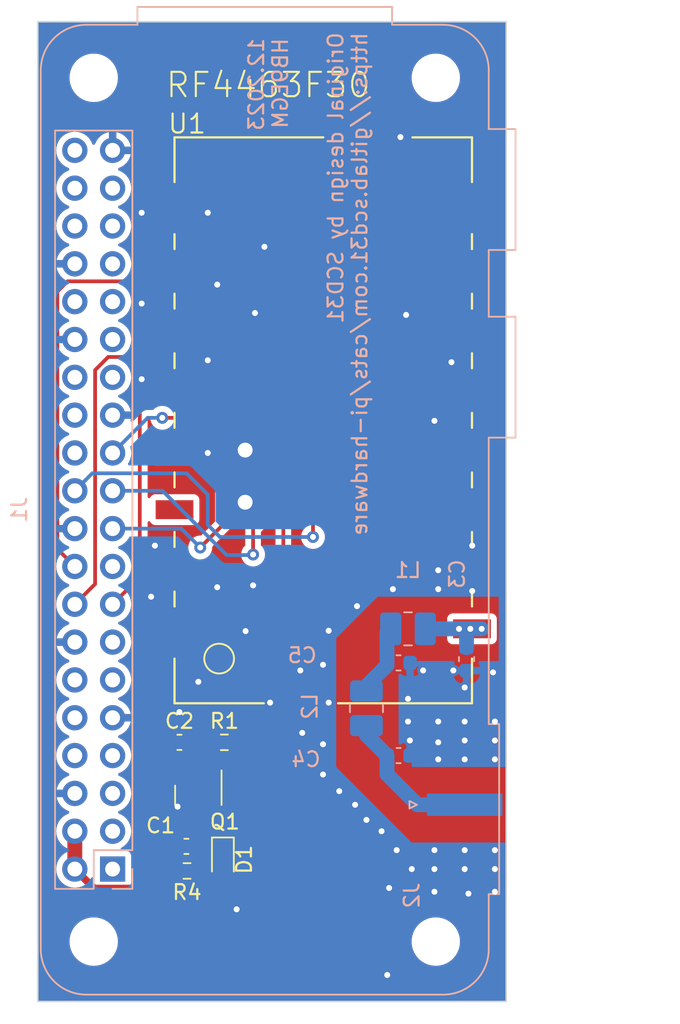
<source format=kicad_pcb>
(kicad_pcb (version 20221018) (generator pcbnew)

  (general
    (thickness 1.6)
  )

  (paper "A4")
  (title_block
    (date "2023-12-19")
    (comment 1 "LPF HB9EGM")
  )

  (layers
    (0 "F.Cu" signal)
    (31 "B.Cu" signal)
    (32 "B.Adhes" user "B.Adhesive")
    (33 "F.Adhes" user "F.Adhesive")
    (34 "B.Paste" user)
    (35 "F.Paste" user)
    (36 "B.SilkS" user "B.Silkscreen")
    (37 "F.SilkS" user "F.Silkscreen")
    (38 "B.Mask" user)
    (39 "F.Mask" user)
    (40 "Dwgs.User" user "User.Drawings")
    (41 "Cmts.User" user "User.Comments")
    (42 "Eco1.User" user "User.Eco1")
    (43 "Eco2.User" user "User.Eco2")
    (44 "Edge.Cuts" user)
    (45 "Margin" user)
    (46 "B.CrtYd" user "B.Courtyard")
    (47 "F.CrtYd" user "F.Courtyard")
    (48 "B.Fab" user)
    (49 "F.Fab" user)
    (50 "User.1" user)
    (51 "User.2" user)
    (52 "User.3" user)
    (53 "User.4" user)
    (54 "User.5" user)
    (55 "User.6" user)
    (56 "User.7" user)
    (57 "User.8" user)
    (58 "User.9" user)
  )

  (setup
    (stackup
      (layer "F.SilkS" (type "Top Silk Screen"))
      (layer "F.Paste" (type "Top Solder Paste"))
      (layer "F.Mask" (type "Top Solder Mask") (thickness 0.01))
      (layer "F.Cu" (type "copper") (thickness 0.035))
      (layer "dielectric 1" (type "core") (thickness 1.51) (material "FR4") (epsilon_r 4.5) (loss_tangent 0.02))
      (layer "B.Cu" (type "copper") (thickness 0.035))
      (layer "B.Mask" (type "Bottom Solder Mask") (thickness 0.01))
      (layer "B.Paste" (type "Bottom Solder Paste"))
      (layer "B.SilkS" (type "Bottom Silk Screen"))
      (copper_finish "None")
      (dielectric_constraints no)
    )
    (pad_to_mask_clearance 0)
    (pcbplotparams
      (layerselection 0x00010fc_ffffffff)
      (plot_on_all_layers_selection 0x0000000_00000000)
      (disableapertmacros false)
      (usegerberextensions true)
      (usegerberattributes false)
      (usegerberadvancedattributes false)
      (creategerberjobfile false)
      (dashed_line_dash_ratio 12.000000)
      (dashed_line_gap_ratio 3.000000)
      (svgprecision 6)
      (plotframeref false)
      (viasonmask false)
      (mode 1)
      (useauxorigin false)
      (hpglpennumber 1)
      (hpglpenspeed 20)
      (hpglpendiameter 15.000000)
      (dxfpolygonmode true)
      (dxfimperialunits true)
      (dxfusepcbnewfont true)
      (psnegative false)
      (psa4output false)
      (plotreference true)
      (plotvalue false)
      (plotinvisibletext false)
      (sketchpadsonfab false)
      (subtractmaskfromsilk true)
      (outputformat 1)
      (mirror false)
      (drillshape 0)
      (scaleselection 1)
      (outputdirectory "output")
    )
  )

  (net 0 "")
  (net 1 "VCC")
  (net 2 "GND")
  (net 3 "+3V3")
  (net 4 "Net-(D1-K)")
  (net 5 "unconnected-(J1-SDA{slash}GPIO2-Pad3)")
  (net 6 "unconnected-(J1-SCL{slash}GPIO3-Pad5)")
  (net 7 "unconnected-(J1-GCLK0{slash}GPIO4-Pad7)")
  (net 8 "unconnected-(J1-GPIO14{slash}TXD-Pad8)")
  (net 9 "unconnected-(J1-GPIO15{slash}RXD-Pad10)")
  (net 10 "unconnected-(J1-GPIO17-Pad11)")
  (net 11 "SDN")
  (net 12 "IT")
  (net 13 "CS")
  (net 14 "SDI")
  (net 15 "SDO")
  (net 16 "GPIO0")
  (net 17 "SCLK")
  (net 18 "unconnected-(J1-GPIO18{slash}PWM0-Pad12)")
  (net 19 "unconnected-(J1-GPIO27-Pad13)")
  (net 20 "unconnected-(J1-3V3-Pad17)")
  (net 21 "unconnected-(J1-~{CE0}{slash}GPIO8-Pad24)")
  (net 22 "unconnected-(J1-~{CE1}{slash}GPIO7-Pad26)")
  (net 23 "unconnected-(J1-ID_SD{slash}GPIO0-Pad27)")
  (net 24 "unconnected-(J1-ID_SC{slash}GPIO1-Pad28)")
  (net 25 "unconnected-(J1-GCLK1{slash}GPIO5-Pad29)")
  (net 26 "unconnected-(J1-GCLK2{slash}GPIO6-Pad31)")
  (net 27 "unconnected-(J1-PWM0{slash}GPIO12-Pad32)")
  (net 28 "unconnected-(J1-PWM1{slash}GPIO13-Pad33)")
  (net 29 "unconnected-(J1-GPIO19{slash}MISO1-Pad35)")
  (net 30 "unconnected-(J1-GPIO16-Pad36)")
  (net 31 "unconnected-(J1-GPIO26-Pad37)")
  (net 32 "unconnected-(J1-GPIO20{slash}MOSI1-Pad38)")
  (net 33 "TX_LED")
  (net 34 "unconnected-(J1-GPIO21{slash}SCLK1-Pad40)")
  (net 35 "Net-(J2-In)")
  (net 36 "Net-(U1-ANT)")
  (net 37 "Net-(Q1-B)")
  (net 38 "unconnected-(U1-NC-Pad3)")
  (net 39 "unconnected-(U1-NC-Pad4)")
  (net 40 "unconnected-(U1-NC-Pad14)")
  (net 41 "Net-(D1-A)")
  (net 42 "Net-(C5-Pad1)")

  (footprint "Resistor_SMD:R_0603_1608Metric" (layer "F.Cu") (at 100.175 89.789))

  (footprint "npr70:RF4463F30" (layer "F.Cu") (at 115.824 58.166))

  (footprint "Capacitor_SMD:C_0603_1608Metric" (layer "F.Cu") (at 97.623621 96.774))

  (footprint "Package_TO_SOT_SMD:SOT-23" (layer "F.Cu") (at 98.425 93.345 -90))

  (footprint "Capacitor_SMD:C_0603_1608Metric" (layer "F.Cu") (at 97.155 89.789))

  (footprint "LED_SMD:LED_0603_1608Metric" (layer "F.Cu") (at 100.076 97.663 -90))

  (footprint "Resistor_SMD:R_0603_1608Metric" (layer "F.Cu") (at 97.663 98.425 180))

  (footprint "Connector_Coaxial:SMA_Amphenol_132289_EdgeMount" (layer "B.Cu") (at 116.332 93.98))

  (footprint "Inductor_SMD:L_1008_2520Metric_Pad1.43x2.20mm_HandSolder" (layer "B.Cu") (at 112.522 82.169 180))

  (footprint "Module:Raspberry_Pi_Zero_Socketed_THT_FaceDown_MountingHoles" (layer "B.Cu") (at 92.660759 98.298))

  (footprint "Capacitor_SMD:C_0603_1608Metric" (layer "B.Cu") (at 111.887 90.678))

  (footprint "Capacitor_SMD:C_0603_1608Metric" (layer "B.Cu") (at 116.459 84.201 -90))

  (footprint "Inductor_SMD:L_1008_2520Metric_Pad1.43x2.20mm_HandSolder" (layer "B.Cu") (at 109.728 87.503 -90))

  (footprint "Capacitor_SMD:C_0603_1608Metric" (layer "B.Cu") (at 111.887 84.455))

  (gr_line (start 119.126 41.402) (end 87.63 41.402)
    (stroke (width 0.1) (type solid)) (layer "Edge.Cuts") (tstamp 1cbcbc8c-b710-48db-a569-036ff3b7fdc3))
  (gr_line (start 87.63 107.188) (end 119.126 107.188)
    (stroke (width 0.1) (type solid)) (layer "Edge.Cuts") (tstamp 3d0fd239-72c6-4d90-a3ea-e3390b8b4326))
  (gr_line (start 87.63 41.402) (end 87.63 107.188)
    (stroke (width 0.1) (type solid)) (layer "Edge.Cuts") (tstamp 5ce9fb97-9956-43a9-84f9-f6e8e6ee5c79))
  (gr_line (start 119.126 107.188) (end 119.126 41.402)
    (stroke (width 0.1) (type solid)) (layer "Edge.Cuts") (tstamp 8499cc82-b35b-4f37-b1a9-3e7d39b9b9f9))
  (gr_text "12.2023\nHB9EGM" (at 104.521 42.418 90) (layer "B.SilkS") (tstamp 13221db7-a732-45f9-be07-6967d73fc198)
    (effects (font (size 1 1) (thickness 0.15)) (justify left bottom mirror))
  )
  (gr_text "Original design by SCD31\nhttps://gitlab.scd31.com/cats/pi-hardware" (at 109.855 42.037 90) (layer "B.SilkS") (tstamp bd9b4d73-102b-4896-8dec-d78d73c0c35b)
    (effects (font (size 1 1) (thickness 0.15)) (justify left bottom mirror))
  )

  (segment (start 95.123 99.187) (end 94.712 99.598) (width 1) (layer "F.Cu") (net 1) (tstamp 02faf45e-af74-4a11-b30c-fdc55eec32a1))
  (segment (start 91.420759 99.598) (end 94.402 99.598) (width 0.5) (layer "F.Cu") (net 1) (tstamp 0cbe017f-80ec-418f-8672-e75dc700fc38))
  (segment (start 96.824 82.166) (end 95.123 83.867) (width 1) (layer "F.Cu") (net 1) (tstamp 184031c9-7aca-4c35-a8d0-99eac389a968))
  (segment (start 90.120759 98.298) (end 91.420759 99.598) (width 0.5) (layer "F.Cu") (net 1) (tstamp 37bd4842-e5cf-4195-a6f8-9c0625a17d0a))
  (segment (start 95.123 90.043) (end 95.123 99.187) (width 1) (layer "F.Cu") (net 1) (tstamp 4034171c-3182-4d6e-8208-76445d6e5a20))
  (segment (start 95.166 90) (end 95.123 90.043) (width 0.25) (layer "F.Cu") (net 1) (tstamp 71e35d07-2173-456b-95d1-b451470dcc76))
  (segment (start 95.123 83.867) (end 95.123 90.043) (width 1) (layer "F.Cu") (net 1) (tstamp 812a6c0e-b989-4bdd-8a21-216f34b5c378))
  (segment (start 94.712 99.598) (end 94.402 99.598) (width 1) (layer "F.Cu") (net 1) (tstamp b7e6cb8e-2d19-434f-9852-a8fa8447210c))
  (segment (start 96.838 98.425) (end 95.123 98.425) (width 0.25) (layer "F.Cu") (net 1) (tstamp e593f25f-57ad-4226-b942-bd0c901871fa))
  (segment (start 96.848621 96.774) (end 95.504 96.774) (width 0.25) (layer "F.Cu") (net 1) (tstamp f42d7b9f-2f01-4aeb-985e-8b45bd8ec97c))
  (segment (start 96.38 89.789) (end 95.166 89.789) (width 0.25) (layer "F.Cu") (net 1) (tstamp fbd600c5-c1c8-4d74-b367-eaf0d7b26c6e))
  (segment (start 90.120759 95.758) (end 90.120759 98.298) (width 1) (layer "F.Cu") (net 1) (tstamp ffe43b0d-e641-49dc-b5f3-48a4b5f53eb1))
  (via (at 118.364 89.662) (size 0.8) (drill 0.4) (layers "F.Cu" "B.Cu") (net 2) (tstamp 029b2ffa-1293-47c3-846a-62d5bd7e6440))
  (via (at 114.554 78.232) (size 0.8) (drill 0.4) (layers "F.Cu" "B.Cu") (free) (net 2) (tstamp 08e2286f-026f-424f-b92c-fc263bdd3b25))
  (via (at 94.615 65.405) (size 0.8) (drill 0.4) (layers "F.Cu" "B.Cu") (free) (net 2) (tstamp 0cf6a095-1fff-484a-84df-c7d41109c0bf))
  (via (at 112.522 88.392) (size 0.8) (drill 0.4) (layers "F.Cu" "B.Cu") (free) (net 2) (tstamp 0cfc2f95-f327-4bd6-90f5-a7bcab4df663))
  (via (at 114.554 89.789) (size 0.8) (drill 0.4) (layers "F.Cu" "B.Cu") (net 2) (tstamp 0e002d1a-1676-4b9e-9e32-4a9458d277ab))
  (via (at 113.538 84.963) (size 0.8) (drill 0.4) (layers "F.Cu" "B.Cu") (free) (net 2) (tstamp 1424a9d5-3db0-4ef8-a104-a7e32f9adcec))
  (via (at 118.364 99.822) (size 0.8) (drill 0.4) (layers "F.Cu" "B.Cu") (free) (net 2) (tstamp 18ce5175-bc58-4b8f-8645-f4ec41744464))
  (via (at 114.554 90.932) (size 0.8) (drill 0.4) (layers "F.Cu" "B.Cu") (free) (net 2) (tstamp 1bcf5c4a-94b1-4d80-918a-37f443dbcb7d))
  (via (at 114.3 97.028) (size 0.8) (drill 0.4) (layers "F.Cu" "B.Cu") (free) (net 2) (tstamp 21afa141-6c5f-4152-a669-73dda9c36dc0))
  (via (at 106.807 84.582) (size 0.8) (drill 0.4) (layers "F.Cu" "B.Cu") (free) (net 2) (tstamp 2a7f79c5-6ba9-496b-b9e5-996f4b7ca2f1))
  (via (at 115.57 84.963) (size 0.8) (drill 0.4) (layers "F.Cu" "B.Cu") (free) (net 2) (tstamp 2b777506-9686-4e55-9198-ce520d00e6dd))
  (via (at 116.84 76.581) (size 0.8) (drill 0.4) (layers "F.Cu" "B.Cu") (free) (net 2) (tstamp 33f9bd21-43f9-4ff4-8e8e-75e4432b3e6a))
  (via (at 107.8992 93.0656) (size 0.8) (drill 0.4) (layers "F.Cu" "B.Cu") (free) (net 2) (tstamp 340bfd41-7e0c-49d3-b789-e98f782abb4c))
  (via (at 95.25 80.01) (size 0.8) (drill 0.4) (layers "F.Cu" "B.Cu") (free) (net 2) (tstamp 38da0a62-4e15-4d76-b5d3-83f70e31691c))
  (via (at 112.649 89.662) (size 0.8) (drill 0.4) (layers "F.Cu" "B.Cu") (free) (net 2) (tstamp 3dd0fa0a-2936-4681-9c03-032302f2d6e5))
  (via (at 116.332 88.392) (size 0.8) (drill 0.4) (layers "F.Cu" "B.Cu") (free) (net 2) (tstamp 415476dd-b6da-4d5f-886a-7fec5687ef14))
  (via (at 116.332 97.028) (size 0.8) (drill 0.4) (layers "F.Cu" "B.Cu") (free) (net 2) (tstamp 4392ecb9-e65a-42c3-87c1-c3317bfc43bd))
  (via (at 101.6 82.319492) (size 0.8) (drill 0.4) (layers "F.Cu" "B.Cu") (free) (net 2) (tstamp 492afda7-f871-4b4c-ba7a-623990777c77))
  (via (at 118.237 85.09) (size 0.8) (drill 0.4) (layers "F.Cu" "B.Cu") (free) (net 2) (tstamp 4cd8b92a-444d-4406-876e-92ed70aa714b))
  (via (at 111.252 99.568) (size 0.8) (drill 0.4) (layers "F.Cu" "B.Cu") (free) (net 2) (tstamp 4f1b4335-7237-4337-b31f-54581bb91d7d))
  (via (at 98.425 85.725) (size 0.8) (drill 0.4) (layers "F.Cu" "B.Cu") (free) (net 2) (tstamp 50870bf7-c4cb-459e-bce3-abc499baa9d6))
  (via (at 112.776 98.298) (size 0.8) (drill 0.4) (layers "F.Cu" "B.Cu") (free) (net 2) (tstamp 580e4387-d39c-44d1-92d9-f764a2bfb811))
  (via (at 99.06 70.358) (size 0.8) (drill 0.4) (layers "F.Cu" "B.Cu") (free) (net 2) (tstamp 64ea1369-9d98-40e5-b121-a2f351276acd))
  (via (at 114.554 88.392) (size 0.8) (drill 0.4) (layers "F.Cu" "B.Cu") (free) (net 2) (tstamp 66447d2a-ea73-4afc-a9ed-50b880c8758f))
  (via (at 107.188 87.122) (size 0.8) (drill 0.4) (layers "F.Cu" "B.Cu") (free) (net 2) (tstamp 6845feb9-e1b6-43cd-85f7-d79d6a3d6c8d))
  (via (at 107.188 82.296) (size 0.8) (drill 0.4) (layers "F.Cu" "B.Cu") (free) (net 2) (tstamp 6c12dcaa-a741-4aba-8e72-c0105b4493b6))
  (via (at 118.364 90.932) (size 0.8) (drill 0.4) (layers "F.Cu" "B.Cu") (free) (net 2) (tstamp 6c608368-262b-4f6e-a28c-273aea6597c1))
  (via (at 99.06 64.135) (size 0.8) (drill 0.4) (layers "F.Cu" "B.Cu") (free) (net 2) (tstamp 7029d98d-dc6d-4c5e-b6a9-cebee3279c22))
  (via (at 108.966 93.98) (size 0.8) (drill 0.4) (layers "F.Cu" "B.Cu") (free) (net 2) (tstamp 78940c7a-d371-4c3c-a2f5-bdf3aeb8c9c6))
  (via (at 114.3 68.199) (size 0.8) (drill 0.4) (layers "F.Cu" "B.Cu") (free) (net 2) (tstamp 79bb19c1-d54c-41df-b30e-4fe793e6aa5f))
  (via (at 114.3 99.822) (size 0.8) (drill 0.4) (layers "F.Cu" "B.Cu") (free) (net 2) (tstamp 7d9e10e8-24ef-44c7-b1ce-89e6f6be8a30))
  (via (at 112.395 61.087) (size 0.8) (drill 0.4) (layers "F.Cu" "B.Cu") (free) (net 2) (tstamp 7f4f3cca-e9fd-465f-940d-d3fe136f3a98))
  (via (at 111.76 97.028) (size 0.8) (drill 0.4) (layers "F.Cu" "B.Cu") (free) (net 2) (tstamp 83123bab-a783-4087-99e2-b7a94b92754a))
  (via (at 99.695 79.375) (size 0.8) (drill 0.4) (layers "F.Cu" "B.Cu") (free) (net 2) (tstamp 8324a7c8-ded2-46bc-b84b-e019e28f6738))
  (via (at 103.251 87.122) (size 0.8) (drill 0.4) (layers "F.Cu" "B.Cu") (free) (net 2) (tstamp 86a8a258-40cf-4027-9ae5-c72cd46e5f06))
  (via (at 101 101) (size 0.8) (drill 0.4) (layers "F.Cu" "B.Cu") (free) (net 2) (tstamp 8e19e4fa-bed9-47a5-8e1c-b847a4cdacbb))
  (via (at 99.695 59.055) (size 0.8) (drill 0.4) (layers "F.Cu" "B.Cu") (free) (net 2) (tstamp 8e34801e-bff9-4d6f-8edf-718214926c1c))
  (via (at 118.364 88.392) (size 0.8) (drill 0.4) (layers "F.Cu" "B.Cu") (free) (net 2) (tstamp 8e9b52b5-64e3-4d32-8363-2b04200019a9))
  (via (at 97.028 94.107) (size 0.8) (drill 0.4) (layers "F.Cu" "B.Cu") (free) (net 2) (tstamp 8f45377e-272d-43d8-b268-93869060ff9c))
  (via (at 97.155 87.757) (size 0.8) (drill 0.4) (layers "F.Cu" "B.Cu") (free) (net 2) (tstamp 941cd078-494f-4d3a-b1f4-dc08c39426fb))
  (via (at 116.586 99.949) (size 0.8) (drill 0.4) (layers "F.Cu" "B.Cu") (free) (net 2) (tstamp 975344f4-1144-4fed-890b-c470a9f15a2f))
  (via (at 118.364 97.028) (size 0.8) (drill 0.4) (layers "F.Cu" "B.Cu") (free) (net 2) (tstamp a470eadb-c0b4-4a74-8496-389852fd0891))
  (via (at 110.744 95.758) (size 0.8) (drill 0.4) (layers "F.Cu" "B.Cu") (free) (net 2) (tstamp a78eb89a-53eb-4a48-ba15-71903abeb492))
  (via (at 114.554 79.502) (size 0.8) (drill 0.4) (layers "F.Cu" "B.Cu") (free) (net 2) (tstamp aa448970-a839-4b58-9e4a-8bb56940a694))
  (via (at 116.332 89.662) (size 0.8) (drill 0.4) (layers "F.Cu" "B.Cu") (net 2) (tstamp ab17a5e7-8c47-4690-a579-cf6485004860))
  (via (at 106.807 89.916) (size 0.8) (drill 0.4) (layers "F.Cu" "B.Cu") (free) (net 2) (tstamp ade1f34f-47b7-44ba-bf22-ada98dafac18))
  (via (at 114.3 98.298) (size 0.8) (drill 0.4) (layers "F.Cu" "B.Cu") (net 2) (tstamp b01ee2d6-e2f4-4305-bd4b-d82d46fda4c4))
  (via (at 102.87 56.515) (size 0.8) (drill 0.4) (layers "F.Cu" "B.Cu") (free) (net 2) (tstamp b4d831b3-6116-4c0d-9813-f35977304861))
  (via (at 99.06 54.229) (size 0.8) (drill 0.4) (layers "F.Cu" "B.Cu") (free) (net 2) (tstamp bfcfeb8f-0bd0-4d8e-b192-50dab5da6212))
  (via (at 109.728 94.996) (size 0.8) (drill 0.4) (layers "F.Cu" "B.Cu") (free) (net 2) (tstamp c93c7412-b117-4fc2-bb88-7a0cf2aef6fe))
  (via (at 94.615 54.229) (size 0.8) (drill 0.4) (layers "F.Cu" "B.Cu") (free) (net 2) (tstamp cd119861-26d3-4bbe-b321-ebe08fca2c25))
  (via (at 111.125 105.41) (size 0.8) (drill 0.4) (layers "F.Cu" "B.Cu") (free) (net 2) (tstamp cf0392bf-f991-4253-9729-d801aa3f1795))
  (via (at 112.014 49.149) (size 0.8) (drill 0.4) (layers "F.Cu" "B.Cu") (free) (net 2) (tstamp d1847922-e8ba-47d6-8e5b-5850a64bb19e))
  (via (at 116.332 98.298) (size 0.8) (drill 0.4) (layers "F.Cu" "B.Cu") (net 2) (tstamp d3a8bb88-b557-4640-80aa-ad5703a33945))
  (via (at 102.235 60.96) (size 0.8) (drill 0.4) (layers "F.Cu" "B.Cu") (free) (net 2) (tstamp d8fc2c57-d00c-4c40-83b6-c131add087db))
  (via (at 115.443 64.262) (size 0.8) (drill 0.4) (layers "F.Cu" "B.Cu") (free) (net 2) (tstamp daddbfc9-0888-4785-9a87-5121f45ca696))
  (via (at 116.332 90.932) (size 0.8) (drill 0.4) (layers "F.Cu" "B.Cu") (free) (net 2) (tstamp dd330225-2823-4805-8e80-38aa8ea52f1e))
  (via (at 105.41 89.154) (size 0.8) (drill 0.4) (layers "F.Cu" "B.Cu") (free) (net 2) (tstamp de299163-dbc4-4893-bfe1-e0e87a781fe6))
  (via (at 111.506 79.502) (size 0.8) (drill 0.4) (layers "F.Cu" "B.Cu") (free) (net 2) (tstamp e081905a-7b14-4fd5-ba8b-9e314fe6e946))
  (via (at 95.504 76.581) (size 0.8) (drill 0.4) (layers "F.Cu" "B.Cu") (free) (net 2) (tstamp ea3794ff-3d1d-4b24-ab06-0a750ae73a77))
  (via (at 112.522 86.868) (size 0.8) (drill 0.4) (layers "F.Cu" "B.Cu") (free) (net 2) (tstamp ea8a13b0-35e5-4a7d-b99d-e8cff704cb09))
  (via (at 106.807 91.948) (size 0.8) (drill 0.4) (layers "F.Cu" "B.Cu") (free) (net 2) (tstamp ec82536a-8411-4ffd-88c3-56336b42dd89))
  (via (at 94.615 60.325) (size 0.8) (drill 0.4) (layers "F.Cu" "B.Cu") (free) (net 2) (tstamp ee079d64-6fb4-4a07-bf43-0c5cb7eb5d29))
  (via (at 116.84 79.629) (size 0.8) (drill 0.4) (layers "F.Cu" "B.Cu") (free) (net 2) (tstamp f0c32394-114c-45fa-ac04-3fba5a6e27c5))
  (via (at 116.332 86.106) (size 0.8) (drill 0.4) (layers "F.Cu" "B.Cu") (free) (net 2) (tstamp f6a2893a-77ef-486d-a339-db9ee06790bf))
  (via (at 102.108 79.248) (size 0.8) (drill 0.4) (layers "F.Cu" "B.Cu") (free) (net 2) (tstamp f74b7ea4-8f63-418d-bb6a-00ca9100ae57))
  (via (at 105.283 84.963) (size 0.8) (drill 0.4) (layers "F.Cu" "B.Cu") (free) (net 2) (tstamp fbfe15be-8264-4a33-af75-1e1d7f4ab745))
  (via (at 109.093 80.645) (size 0.8) (drill 0.4) (layers "F.Cu" "B.Cu") (free) (net 2) (tstamp fe230ab9-a334-46dd-bf59-69ddc9068496))
  (via (at 118.364 98.298) (size 0.8) (drill 0.4) (layers "F.Cu" "B.Cu") (net 2) (tstamp fff2746c-57b8-4149-b10d-e326793bfeee))
  (segment (start 114.3 90.678) (end 114.554 90.932) (width 0.5) (layer "B.Cu") (net 2) (tstamp 1a360ed9-c6ed-4847-a851-38ac79a9f70e))
  (segment (start 112.662 90.678) (end 114.3 90.678) (width 0.5) (layer "B.Cu") (net 2) (tstamp ede0ed1a-e0c7-4104-aa1d-a159a5e8eed1))
  (segment (start 100.076 95.9335) (end 98.425 94.2825) (width 0.25) (layer "F.Cu") (net 4) (tstamp 1be56a4b-a1e0-4387-87b3-efb58060b443))
  (segment (start 98.425 94.2825) (end 98.425 93.7745) (width 0.25) (layer "F.Cu") (net 4) (tstamp 7297978d-6380-4a05-910c-2fc98ba5b64c))
  (segment (start 100.076 96.8755) (end 100.076 95.9335) (width 0.25) (layer "F.Cu") (net 4) (tstamp 7e2566b5-23e5-4504-9ce6-a36b3e6539e3))
  (segment (start 95.886 66.166) (end 96.824 66.166) (width 0.25) (layer "F.Cu") (net 11) (tstamp 07c4a21c-8df0-4e33-863d-c690837d1b09))
  (segment (start 92.660759 80.518) (end 94.488 78.690759) (width 0.25) (layer "F.Cu") (net 11) (tstamp 3e99171a-cd41-402d-8b50-5fffb37d97bf))
  (segment (start 94.488 78.690759) (end 94.488 67.564) (width 0.25) (layer "F.Cu") (net 11) (tstamp 4c218dc9-fd6a-41c4-b2cc-7ab94f840e4e))
  (segment (start 94.488 67.564) (end 95.886 66.166) (width 0.25) (layer "F.Cu") (net 11) (tstamp e5e5bc7c-6fbd-4c37-baa4-8a2b7b850382))
  (segment (start 91.485759 79.153) (end 91.485759 64.791299) (width 0.25) (layer "F.Cu") (net 12) (tstamp 5c0ee249-7b4c-426e-bcd4-affa91756f26))
  (segment (start 91.485759 64.791299) (end 92.364058 63.913) (width 0.25) (layer "F.Cu") (net 12) (tstamp 7adf9a98-e1ad-4119-8511-1d8f0fa01362))
  (segment (start 92.364058 63.913) (end 95.077 63.913) (width 0.25) (layer "F.Cu") (net 12) (tstamp 88f5663c-4564-4ffa-a236-33a3d940fbc7))
  (segment (start 90.120759 80.518) (end 91.485759 79.153) (width 0.25) (layer "F.Cu") (net 12) (tstamp b375b9e7-c702-4f5c-a96c-6d518aa5e17c))
  (segment (start 95.077 63.913) (end 96.824 62.166) (width 0.25) (layer "F.Cu") (net 12) (tstamp f69c4574-c4d2-4c35-a536-2920992bf371))
  (segment (start 94.234 58.166) (end 96.824 58.166) (width 0.25) (layer "F.Cu") (net 13) (tstamp 0e324987-e230-421b-82da-84678925d93e))
  (segment (start 90.120759 77.978) (end 88.945759 76.803) (width 0.25) (layer "F.Cu") (net 13) (tstamp 532b887d-d4a3-4dd6-b74f-304a744305d8))
  (segment (start 88.945759 76.803) (end 88.945759 59.521299) (width 0.25) (layer "F.Cu") (net 13) (tstamp 555ad0e8-5c25-4d27-8549-32064c12b6db))
  (segment (start 93.567 58.833) (end 94.234 58.166) (width 0.25) (layer "F.Cu") (net 13) (tstamp 5984cf9c-6376-4a59-9a5f-e2b0a405572a))
  (segment (start 89.634058 58.833) (end 93.567 58.833) (width 0.25) (layer "F.Cu") (net 13) (tstamp c573350a-a1a3-4012-9295-84021fbe2f88))
  (segment (start 88.945759 59.521299) (end 89.634058 58.833) (width 0.25) (layer "F.Cu") (net 13) (tstamp ee3edbd1-847c-4f75-a7fb-3f1fefee942b))
  (segment (start 100.076 69.088) (end 110.998 58.166) (width 0.25) (layer "F.Cu") (net 14) (tstamp 52e5a68d-0855-4103-9eca-79aa079c8026))
  (segment (start 98.552 76.708) (end 100.076 75.184) (width 0.25) (layer "F.Cu") (net 14) (tstamp 7ba525f4-080b-4e22-9628-81baa4c287bd))
  (segment (start 100.076 75.184) (end 100.076 69.088) (width 0.25) (layer "F.Cu") (net 14) (tstamp 90da63f9-79e7-4f12-8d43-61c41f58770f))
  (segment (start 110.998 58.166) (end 114.554 58.166) (width 0.25) (layer "F.Cu") (net 14) (tstamp 97ac82b1-8d6b-46d2-b452-825f09286346))
  (segment (start 114.554 58.166) (end 116.824 58.166) (width 0.25) (layer "F.Cu") (net 14) (tstamp c326496f-37a6-413d-b8e6-a20746e4c00d))
  (via (at 98.552 76.708) (size 0.8) (drill 0.4) (layers "F.Cu" "B.Cu") (net 14) (tstamp 03c09b0d-860e-450d-92a0-672793b02708))
  (segment (start 92.660759 75.438) (end 97.282 75.438) (width 0.25) (layer "B.Cu") (net 14) (tstamp 43b717b1-e643-416c-a15e-f4fd3854a09d))
  (segment (start 97.282 75.438) (end 98.552 76.708) (width 0.25) (layer "B.Cu") (net 14) (tstamp 64d780fd-906a-48fa-8c2a-fcb2fb521c48))
  (segment (start 115.38 62.166) (end 116.824 62.166) (width 0.25) (layer "F.Cu") (net 15) (tstamp 54d05881-f7eb-4831-a0c6-4c2e052cdb21))
  (segment (start 102.108 75.438) (end 115.38 62.166) (width 0.25) (layer "F.Cu") (net 15) (tstamp 7f3e8a11-fc76-4d87-9749-2e18f0d9a9cb))
  (segment (start 102.108 77.1785) (end 102.108 75.438) (width 0.25) (layer "F.Cu") (net 15) (tstamp b602ebd6-efb4-4d09-b3bb-fc05d8096831))
  (via (at 102.108 77.1785) (size 0.8) (drill 0.4) (layers "F.Cu" "B.Cu") (net 15) (tstamp 531cba69-f186-4bd5-9da7-596721b39895))
  (segment (start 96.012 72.898) (end 100.33 77.216) (width 0.25) (layer "B.Cu") (net 15) (tstamp 61450ce6-4a96-4e7b-8ab3-3314869173c0))
  (segment (start 92.660759 72.898) (end 96.012 72.898) (width 0.25) (layer "B.Cu") (net 15) (tstamp c0765a80-c5b8-4e29-9559-f46e6d4da84b))
  (segment (start 102.0705 77.216) (end 102.108 77.1785) (width 0.25) (layer "B.Cu") (net 15) (tstamp c5cebf8d-201d-48e1-9735-2481ee612717))
  (segment (start 100.33 77.216) (end 102.0705 77.216) (width 0.25) (layer "B.Cu") (net 15) (tstamp e82cc299-cafa-451b-8bd0-07dcd1926ed2))
  (segment (start 110.682 70.166) (end 106.1345 74.7135) (width 0.25) (layer "F.Cu") (net 16) (tstamp 0d0247d6-d87b-4b19-8eb5-f97cb6185788))
  (segment (start 116.824 70.166) (end 110.682 70.166) (width 0.25) (layer "F.Cu") (net 16) (tstamp 6b869ed9-bb21-466f-8e81-f728d900283c))
  (segment (start 106.1345 74.7135) (end 106.1345 76) (width 0.25) (layer "F.Cu") (net 16) (tstamp 91d04c0c-081c-45cc-ac73-299872a571a8))
  (via (at 106.1345 76) (size 0.8) (drill 0.4) (layers "F.Cu" "B.Cu") (net 16) (tstamp 9ccb9792-60d8-4929-a95f-7d9daee8d763))
  (segment (start 91.295759 71.723) (end 97.631 71.723) (width 0.25) (layer "B.Cu") (net 16) (tstamp 27bd6e3c-0fdb-4ada-bfcf-c2f4a79a0401))
  (segment (start 90.120759 72.898) (end 91.295759 71.723) (width 0.25) (layer "B.Cu") (net 16) (tstamp 673aabc8-6240-40c0-a22b-a51e544fef68))
  (segment (start 106.1345 76) (end 99.876 76) (width 0.25) (layer "B.Cu") (net 16) (tstamp 84d70ffe-15c6-49b6-bc21-b0e6d3b00fd1))
  (segment (start 99.876 76) (end 99.06 75.184) (width 0.25) (layer "B.Cu") (net 16) (tstamp 909ae1bf-e2c9-4b3c-accb-cb126ed967fe))
  (segment (start 97.631 71.723) (end 99.06 73.152) (width 0.25) (layer "B.Cu") (net 16) (tstamp b549b56a-4d9f-477d-91c8-d07fb21692f4))
  (segment (start 99.06 73.152) (end 99.06 75.184) (width 0.25) (layer "B.Cu") (net 16) (tstamp c9cac34f-5886-494c-8fdf-e9906a35fd22))
  (segment (start 96 68) (end 99 68) (width 0.25) (layer "F.Cu") (net 17) (tstamp 213f465a-3a2c-480b-8935-e97e2d81ec52))
  (segment (start 112.834 54.166) (end 116.824 54.166) (width 0.25) (layer "F.Cu") (net 17) (tstamp 763e9036-d5ce-4b95-9fbe-2e01b1aa8313))
  (segment (start 99 68) (end 112.834 54.166) (width 0.25) (layer "F.Cu") (net 17) (tstamp 9da8fd9c-ae7a-4c52-9de9-a41dadcedd4d))
  (segment (start 116.76 54.102) (end 116.824 54.166) (width 0.25) (layer "F.Cu") (net 17) (tstamp a31f7148-f82f-47dc-b51d-8f6afbfd82c5))
  (via (at 96 68) (size 0.8) (drill 0.4) (layers "F.Cu" "B.Cu") (net 17) (tstamp b94d2de5-e208-4a62-9f14-82916d18d7ce))
  (segment (start 92.660759 70.358) (end 95.018759 68) (width 0.25) (layer "B.Cu") (net 17) (tstamp 3e800a0f-01b8-44b8-bc65-ab6b1042a92d))
  (segment (start 95.018759 68) (end 96 68) (width 0.25) (layer "B.Cu") (net 17) (tstamp 5ca39f66-ed8a-4b23-952f-179a0be72538))
  (segment (start 112.65 66.166) (end 116.824 66.166) (width 0.25) (layer "F.Cu") (net 33) (tstamp 0c2ee466-b480-426f-b081-b6c0dab56e89))
  (segment (start 99.35 89.789) (end 99.35 86.07) (width 0.25) (layer "F.Cu") (net 33) (tstamp 38d8cf0c-c211-4c91-87e9-b8b798f5c26f))
  (segment (start 104.14 74.676) (end 112.65 66.166) (width 0.25) (layer "F.Cu") (net 33) (tstamp b3ba3d57-3dc0-47d7-9bed-c106452f17ed))
  (segment (start 99.35 86.07) (end 104.14 81.28) (width 0.25) (layer "F.Cu") (net 33) (tstamp c684c6e1-14a2-4ce3-ade6-aa80be1239cd))
  (segment (start 104.14 81.28) (end 104.14 74.676) (width 0.25) (layer "F.Cu") (net 33) (tstamp e5a9d929-aa7c-431c-a2b8-5960925a2b6c))
  (segment (start 109.7345 89.3005) (end 111.112 90.678) (width 1) (layer "B.Cu") (net 35) (tstamp 471403fa-4648-4a26-aad7-cd6587107bb8))
  (segment (start 111.112 91.935) (end 113.157 93.98) (width 1) (layer "B.Cu") (net 35) (tstamp 909d4de3-f1d5-48e5-836b-f0c791c1a500))
  (segment (start 113.157 93.98) (end 116.332 93.98) (width 1) (layer "B.Cu") (net 35) (tstamp 9ced9416-19b6-4e3c-9a8d-1e08a53e6002))
  (segment (start 111.112 90.678) (end 111.112 91.935) (width 1) (layer "B.Cu") (net 35) (tstamp ab4bdedc-7fa5-4fc1-8095-4c4f8810ee95))
  (segment (start 109.728 89.3005) (end 109.7345 89.3005) (width 1) (layer "B.Cu") (net 35) (tstamp e85e266c-c998-40f9-acff-9254362acf6f))
  (segment (start 117.472 82.166) (end 117.475 82.169) (width 0.25) (layer "F.Cu") (net 36) (tstamp 1068f13f-4704-4482-835c-e0ef10ef86d4))
  (segment (start 116.824 82.166) (end 117.472 82.166) (width 0.25) (layer "F.Cu") (net 36) (tstamp dc5e2a9d-1859-43f8-b8e9-9e047e35f8ab))
  (via (at 117.475 82.169) (size 0.8) (drill 0.4) (layers "F.Cu" "B.Cu") (net 36) (tstamp 093ce502-64b7-4232-bf54-0c48ee880707))
  (via (at 116.713 82.169) (size 0.8) (drill 0.4) (layers "F.Cu" "B.Cu") (net 36) (tstamp 4098df3a-80c2-4d4d-a5b7-c833aa481faa))
  (via (at 115.951 82.169) (size 0.8) (drill 0.4) (layers "F.Cu" "B.Cu") (net 36) (tstamp 8a90cfd5-99e1-4cc0-86ed-caf65f425489))
  (segment (start 117.475 82.169) (end 116.713 82.169) (width 0.25) (layer "B.Cu") (net 36) (tstamp 1f487686-ecd9-4314-b3ac-67c5e080af2d))
  (segment (start 116.713 82.169) (end 115.951 82.169) (width 0.25) (layer "B.Cu") (net 36) (tstamp 55ebf2bd-0afb-4e7f-a6d4-dc465302271f))
  (segment (start 116.459 83.426) (end 116.459 82.423) (width 1) (layer "B.Cu") (net 36) (tstamp 8d640ef9-5528-406c-8869-f4f08b7b2f90))
  (segment (start 117.475 82.169) (end 113.6845 82.169) (width 1) (layer "B.Cu") (net 36) (tstamp b3f78c54-0d0b-4d46-98ee-e9545ae5aa4c))
  (segment (start 116.459 82.423) (end 116.713 82.169) (width 0.25) (layer "B.Cu") (net 36) (tstamp ec34b08a-dd15-476f-bef6-0e394546d71d))
  (segment (start 99.375 92.4075) (end 101 90.7825) (width 0.25) (layer "F.Cu") (net 37) (tstamp 473e8c19-c53e-4709-b2f1-274057ff2ac9))
  (segment (start 101 90.7825) (end 101 89.789) (width 0.25) (layer "F.Cu") (net 37) (tstamp eab999b2-5850-435b-bd30-632981c14d80))
  (segment (start 98.488 98.425) (end 100.0505 98.425) (width 0.25) (layer "F.Cu") (net 41) (tstamp 90153f51-979d-4489-b8f1-26da4a185c3a))
  (segment (start 100.0505 98.425) (end 100.076 98.4505) (width 0.25) (layer "F.Cu") (net 41) (tstamp e34114f5-ad3a-4541-887b-ccb8d3e2c396))
  (segment (start 111.112 82.4165) (end 111.3595 82.169) (width 1) (layer "B.Cu") (net 42) (tstamp 22cf2315-4159-4f00-ae19-f61c94499c66))
  (segment (start 111.112 84.455) (end 111.112 82.4165) (width 1) (layer "B.Cu") (net 42) (tstamp 5ede0127-0382-46cd-bd2c-def591626116))
  (segment (start 109.728 86.0044) (end 111.112 84.6204) (width 1) (layer "B.Cu") (net 42) (tstamp 6c1992e8-0ce9-4029-95a6-cc973b2ed0ee))
  (segment (start 111.112 84.6204) (end 111.112 84.455) (width 1) (layer "B.Cu") (net 42) (tstamp 9426ab38-b116-4433-9a4a-396b031755df))
  (segment (start 109.728 86.3405) (end 109.728 86.0044) (width 1) (layer "B.Cu") (net 42) (tstamp ee934853-5b48-4c08-ae7d-00266eab7710))

  (zone (net 2) (net_name "GND") (layers "F&B.Cu") (tstamp 6c7fac1c-5ee2-4335-9af5-6303fd9047c7) (hatch edge 0.508)
    (connect_pads (clearance 0.4))
    (min_thickness 0.2) (filled_areas_thickness no)
    (fill yes (thermal_gap 0.4) (thermal_bridge_width 0.5))
    (polygon
      (pts
        (xy 123.317 108.585)
        (xy 85.09 108.712)
        (xy 85.344 40.386)
        (xy 123.19 40.386)
      )
    )
    (filled_polygon
      (layer "F.Cu")
      (pts
        (xy 119.084691 41.421407)
        (xy 119.120655 41.470907)
        (xy 119.1255 41.5015)
        (xy 119.1255 88.500277)
        (xy 119.106593 88.558468)
        (xy 119.057093 88.594432)
        (xy 119.005099 88.594434)
        (xy 119.004843 88.596054)
        (xy 118.903484 88.58)
        (xy 116.582001 88.58)
        (xy 116.582 88.580001)
        (xy 116.582 90.879998)
        (xy 116.582001 90.879999)
        (xy 118.903483 90.879999)
        (xy 118.903485 90.879998)
        (xy 119.004844 90.863947)
        (xy 119.005101 90.86557)
        (xy 119.05708 90.865563)
        (xy 119.106585 90.90152)
        (xy 119.1255 90.959709)
        (xy 119.1255 97.000277)
        (xy 119.106593 97.058468)
        (xy 119.057093 97.094432)
        (xy 119.005099 97.094434)
        (xy 119.004843 97.096054)
        (xy 118.903484 97.08)
        (xy 116.582001 97.08)
        (xy 116.582 97.080001)
        (xy 116.582 99.379998)
        (xy 116.582001 99.379999)
        (xy 118.903483 99.379999)
        (xy 118.903485 99.379998)
        (xy 119.004844 99.363947)
        (xy 119.005101 99.36557)
        (xy 119.05708 99.365563)
        (xy 119.106585 99.40152)
        (xy 119.1255 99.459709)
        (xy 119.1255 107.0885)
        (xy 119.106593 107.146691)
        (xy 119.057093 107.182655)
        (xy 119.0265 107.1875)
        (xy 87.7295 107.1875)
        (xy 87.671309 107.168593)
        (xy 87.635345 107.119093)
        (xy 87.6305 107.0885)
        (xy 87.6305 103.168)
        (xy 89.760233 103.168)
        (xy 89.780306 103.423068)
        (xy 89.840036 103.67186)
        (xy 89.937948 103.90824)
        (xy 89.937954 103.908252)
        (xy 90.07163 104.126391)
        (xy 90.071635 104.126398)
        (xy 90.071636 104.126399)
        (xy 90.237803 104.320956)
        (xy 90.43236 104.487123)
        (xy 90.432362 104.487124)
        (xy 90.432367 104.487128)
        (xy 90.650506 104.620804)
        (xy 90.650518 104.62081)
        (xy 90.886898 104.718722)
        (xy 91.011294 104.748587)
        (xy 91.135689 104.778452)
        (xy 91.326896 104.7935)
        (xy 91.326901 104.7935)
        (xy 91.454617 104.7935)
        (xy 91.454622 104.7935)
        (xy 91.645829 104.778452)
        (xy 91.894619 104.718722)
        (xy 92.131002 104.620809)
        (xy 92.131006 104.620806)
        (xy 92.131011 104.620804)
        (xy 92.34915 104.487128)
        (xy 92.34915 104.487127)
        (xy 92.349158 104.487123)
        (xy 92.543715 104.320956)
        (xy 92.709882 104.126399)
        (xy 92.709887 104.126391)
        (xy 92.843563 103.908252)
        (xy 92.843565 103.908247)
        (xy 92.843568 103.908243)
        (xy 92.941481 103.67186)
        (xy 93.001211 103.42307)
        (xy 93.021285 103.168)
        (xy 112.760233 103.168)
        (xy 112.780306 103.423068)
        (xy 112.840036 103.67186)
        (xy 112.937948 103.90824)
        (xy 112.937954 103.908252)
        (xy 113.07163 104.126391)
        (xy 113.071635 104.126398)
        (xy 113.071636 104.126399)
        (xy 113.237803 104.320956)
        (xy 113.43236 104.487123)
        (xy 113.432362 104.487124)
        (xy 113.432367 104.487128)
        (xy 113.650506 104.620804)
        (xy 113.650518 104.62081)
        (xy 113.886898 104.718722)
        (xy 114.011294 104.748587)
        (xy 114.135689 104.778452)
        (xy 114.326896 104.7935)
        (xy 114.326901 104.7935)
        (xy 114.454617 104.7935)
        (xy 114.454622 104.7935)
        (xy 114.645829 104.778452)
        (xy 114.894619 104.718722)
        (xy 115.131002 104.620809)
        (xy 115.131006 104.620806)
        (xy 115.131011 104.620804)
        (xy 115.34915 104.487128)
        (xy 115.34915 104.487127)
        (xy 115.349158 104.487123)
        (xy 115.543715 104.320956)
        (xy 115.709882 104.126399)
        (xy 115.709887 104.126391)
        (xy 115.843563 103.908252)
        (xy 115.843565 103.908247)
        (xy 115.843568 103.908243)
        (xy 115.941481 103.67186)
        (xy 116.001211 103.42307)
        (xy 116.021285 103.168)
        (xy 116.001211 102.91293)
        (xy 115.941481 102.66414)
        (xy 115.843568 102.427757)
        (xy 115.843563 102.427747)
        (xy 115.709887 102.209608)
        (xy 115.709877 102.209595)
        (xy 115.543723 102.015053)
        (xy 115.54372 102.01505)
        (xy 115.543715 102.015044)
        (xy 115.543708 102.015038)
        (xy 115.543705 102.015035)
        (xy 115.349163 101.848881)
        (xy 115.34915 101.848871)
        (xy 115.131011 101.715195)
        (xy 115.130999 101.715189)
        (xy 114.894619 101.617277)
        (xy 114.645827 101.557547)
        (xy 114.515486 101.54729)
        (xy 114.454622 101.5425)
        (xy 114.326896 101.5425)
        (xy 114.269674 101.547003)
        (xy 114.13569 101.557547)
        (xy 113.886898 101.617277)
        (xy 113.650518 101.715189)
        (xy 113.650506 101.715195)
        (xy 113.432367 101.848871)
        (xy 113.432354 101.848881)
        (xy 113.237812 102.015035)
        (xy 113.237794 102.015053)
        (xy 113.07164 102.209595)
        (xy 113.07163 102.209608)
        (xy 112.937954 102.427747)
        (xy 112.937948 102.427759)
        (xy 112.840036 102.664139)
        (xy 112.780306 102.912931)
        (xy 112.760233 103.168)
        (xy 93.021285 103.168)
        (xy 93.001211 102.91293)
        (xy 92.941481 102.66414)
        (xy 92.843568 102.427757)
        (xy 92.843563 102.427747)
        (xy 92.709887 102.209608)
        (xy 92.709877 102.209595)
        (xy 92.543723 102.015053)
        (xy 92.54372 102.01505)
        (xy 92.543715 102.015044)
        (xy 92.543708 102.015038)
        (xy 92.543705 102.015035)
        (xy 92.349163 101.848881)
        (xy 92.34915 101.848871)
        (xy 92.131011 101.715195)
        (xy 92.130999 101.715189)
        (xy 91.894619 101.617277)
        (xy 91.645827 101.557547)
        (xy 91.515486 101.54729)
        (xy 91.454622 101.5425)
        (xy 91.326896 101.5425)
        (xy 91.269674 101.547003)
        (xy 91.13569 101.557547)
        (xy 90.886898 101.617277)
        (xy 90.650518 101.715189)
        (xy 90.650506 101.715195)
        (xy 90.432367 101.848871)
        (xy 90.432354 101.848881)
        (xy 90.237812 102.015035)
        (xy 90.237794 102.015053)
        (xy 90.07164 102.209595)
        (xy 90.07163 102.209608)
        (xy 89.937954 102.427747)
        (xy 89.937948 102.427759)
        (xy 89.840036 102.664139)
        (xy 89.780306 102.912931)
        (xy 89.760233 103.168)
        (xy 87.6305 103.168)
        (xy 87.6305 59.539409)
        (xy 88.415628 59.539409)
        (xy 88.41882 59.557924)
        (xy 88.420259 59.574743)
        (xy 88.420259 76.794015)
        (xy 88.418099 76.857244)
        (xy 88.418099 76.85725)
        (xy 88.428217 76.898766)
        (xy 88.429164 76.903749)
        (xy 88.434987 76.946109)
        (xy 88.442474 76.963346)
        (xy 88.447853 76.979341)
        (xy 88.451 76.992255)
        (xy 88.452302 76.997594)
        (xy 88.453262 76.999302)
        (xy 88.473249 77.034848)
        (xy 88.475505 77.03939)
        (xy 88.49254 77.07861)
        (xy 88.504395 77.093181)
        (xy 88.513894 77.107137)
        (xy 88.5231 77.123511)
        (xy 88.553335 77.153747)
        (xy 88.556732 77.157511)
        (xy 88.583705 77.190665)
        (xy 88.599048 77.201495)
        (xy 88.611961 77.212372)
        (xy 88.767941 77.368352)
        (xy 88.902262 77.502672)
        (xy 88.93004 77.557189)
        (xy 88.927886 77.598299)
        (xy 88.88455 77.76003)
        (xy 88.865482 77.977996)
        (xy 88.865482 77.978003)
        (xy 88.88455 78.195969)
        (xy 88.884551 78.195976)
        (xy 88.884552 78.195977)
        (xy 88.941184 78.40733)
        (xy 89.033657 78.605639)
        (xy 89.159161 78.784877)
        (xy 89.313882 78.939598)
        (xy 89.49312 79.065102)
        (xy 89.691429 79.157575)
        (xy 89.69143 79.157575)
        (xy 89.692931 79.158275)
        (xy 89.737679 79.200004)
        (xy 89.749354 79.260065)
        (xy 89.723496 79.315518)
        (xy 89.692931 79.337724)
        (xy 89.493131 79.430892)
        (xy 89.493123 79.430896)
        (xy 89.313886 79.556398)
        (xy 89.159157 79.711127)
        (xy 89.033655 79.890364)
        (xy 89.033651 79.890372)
        (xy 88.941185 80.088666)
        (xy 88.88455 80.30003)
        (xy 88.865482 80.517996)
        (xy 88.865482 80.518003)
        (xy 88.88455 80.735969)
        (xy 88.884551 80.735976)
        (xy 88.884552 80.735977)
        (xy 88.941184 80.94733)
        (xy 89.026598 81.1305)
        (xy 89.033656 81.145637)
        (xy 89.148377 81.309477)
        (xy 89.159161 81.324877)
        (xy 89.313882 81.479598)
        (xy 89.313885 81.4796)
        (xy 89.313886 81.479601)
        (xy 89.342278 81.499481)
        (xy 89.49312 81.605102)
        (xy 89.691429 81.697575)
        (xy 89.691431 81.697575)
        (xy 89.693523 81.698551)
        (xy 89.738271 81.74028)
        (xy 89.749946 81.800341)
        (xy 89.724088 81.855794)
        (xy 89.693523 81.878)
        (xy 89.493382 81.971327)
        (xy 89.493374 81.971331)
        (xy 89.314209 82.096783)
        (xy 89.159542 82.25145)
        (xy 89.034091 82.430614)
        (xy 88.941656 82.628843)
        (xy 88.893651 82.808)
        (xy 89.687073 82.808)
        (xy 89.661266 82.848156)
        (xy 89.620759 82.986111)
        (xy 89.620759 83.129889)
        (xy 89.661266 83.267844)
        (xy 89.687073 83.308)
        (xy 88.893651 83.308)
        (xy 88.941656 83.487156)
        (xy 89.034091 83.685386)
        (xy 89.159542 83.864549)
        (xy 89.314209 84.019216)
        (xy 89.493372 84.144667)
        (xy 89.693523 84.237998)
        (xy 89.738271 84.279726)
        (xy 89.749946 84.339788)
        (xy 89.724088 84.39524)
        (xy 89.693524 84.417447)
        (xy 89.493126 84.510894)
        (xy 89.493123 84.510896)
        (xy 89.313886 84.636398)
        (xy 89.159157 84.791127)
        (xy 89.033655 84.970364)
        (xy 89.033651 84.970372)
        (xy 88.941185 85.168666)
        (xy 88.88455 85.38003)
        (xy 88.865482 85.597996)
        (xy 88.865482 85.598003)
        (xy 88.88455 85.815969)
        (xy 88.884551 85.815976)
        (xy 88.884552 85.815977)
        (xy 88.941184 86.02733)
        (xy 89.033657 86.225639)
        (xy 89.159161 86.404877)
        (xy 89.313882 86.559598)
        (xy 89.49312 86.685102)
        (xy 89.691429 86.777575)
        (xy 89.69143 86.777575)
        (xy 89.692931 86.778275)
        (xy 89.737679 86.820004)
        (xy 89.749354 86.880065)
        (xy 89.723496 86.935518)
        (xy 89.692931 86.957724)
        (xy 89.493131 87.050892)
        (xy 89.493123 87.050896)
        (xy 89.313886 87.176398)
        (xy 89.159157 87.331127)
        (xy 89.033655 87.510364)
        (xy 89.033651 87.510372)
        (xy 88.941185 87.708666)
        (xy 88.88455 87.92003)
        (xy 88.865482 88.137996)
        (xy 88.865482 88.138003)
        (xy 88.88455 88.355969)
        (xy 88.884551 88.355976)
        (xy 88.884552 88.355977)
        (xy 88.941184 88.56733)
        (xy 89.033657 88.765639)
        (xy 89.082923 88.835998)
        (xy 89.148013 88.928957)
        (xy 89.159161 88.944877)
        (xy 89.313882 89.099598)
        (xy 89.313885 89.0996)
        (xy 89.313886 89.099601)
        (xy 89.330955 89.111553)
        (xy 89.49312 89.225102)
        (xy 89.691429 89.317575)
        (xy 89.69143 89.317575)
        (xy 89.692931 89.318275)
        (xy 89.737679 89.360004)
        (xy 89.749354 89.420065)
        (xy 89.723496 89.475518)
        (xy 89.692931 89.497724)
        (xy 89.493131 89.590892)
        (xy 89.493123 89.590896)
        (xy 89.313886 89.716398)
        (xy 89.159157 89.871127)
        (xy 89.033655 90.050364)
        (xy 89.033651 90.050372)
        (xy 88.941185 90.248666)
        (xy 88.88455 90.46003)
        (xy 88.865482 90.677996)
        (xy 88.865482 90.678003)
        (xy 88.88455 90.895969)
        (xy 88.884551 90.895976)
        (xy 88.884552 90.895977)
        (xy 88.941184 91.10733)
        (xy 89.033657 91.305639)
        (xy 89.054664 91.33564)
        (xy 89.118939 91.427435)
        (xy 89.159161 91.484877)
        (xy 89.313882 91.639598)
        (xy 89.49312 91.765102)
        (xy 89.691429 91.857575)
        (xy 89.691431 91.857575)
        (xy 89.693523 91.858551)
        (xy 89.738271 91.90028)
        (xy 89.749946 91.960341)
        (xy 89.724088 92.015794)
        (xy 89.693523 92.038)
        (xy 89.493382 92.131327)
        (xy 89.493374 92.131331)
        (xy 89.314209 92.256783)
        (xy 89.159542 92.41145)
        (xy 89.034091 92.590614)
        (xy 88.941656 92.788843)
        (xy 88.893651 92.968)
        (xy 89.687073 92.968)
        (xy 89.661266 93.008156)
        (xy 89.620759 93.146111)
        (xy 89.620759 93.289889)
        (xy 89.661266 93.427844)
        (xy 89.687073 93.468)
        (xy 88.893651 93.468)
        (xy 88.941656 93.647156)
        (xy 89.034091 93.845386)
        (xy 89.159542 94.024549)
        (xy 89.314209 94.179216)
        (xy 89.493372 94.304667)
        (xy 89.693523 94.397998)
        (xy 89.738271 94.439726)
        (xy 89.749946 94.499788)
        (xy 89.724088 94.55524)
        (xy 89.693524 94.577447)
        (xy 89.493126 94.670894)
        (xy 89.493123 94.670896)
        (xy 89.313886 94.796398)
        (xy 89.159157 94.951127)
        (xy 89.033655 95.130364)
        (xy 89.033651 95.130372)
        (xy 88.941185 95.328666)
        (xy 88.88455 95.54003)
        (xy 88.865482 95.757996)
        (xy 88.865482 95.758003)
        (xy 88.88455 95.975969)
        (xy 88.884551 95.975976)
        (xy 88.884552 95.975977)
        (xy 88.941184 96.18733)
        (xy 89.033657 96.385639)
        (xy 89.061479 96.425373)
        (xy 89.155115 96.5591)
        (xy 89.159161 96.564877)
        (xy 89.191264 96.59698)
        (xy 89.21904 96.651495)
        (xy 89.220259 96.666982)
        (xy 89.220259 97.389017)
        (xy 89.201352 97.447208)
        (xy 89.191264 97.45902)
        (xy 89.159157 97.491127)
        (xy 89.033655 97.670364)
        (xy 89.033651 97.670372)
        (xy 88.941185 97.868666)
        (xy 88.88455 98.08003)
        (xy 88.865482 98.297996)
        (xy 88.865482 98.298003)
        (xy 88.88455 98.515969)
        (xy 88.884551 98.515976)
        (xy 88.884552 98.515977)
        (xy 88.941184 98.72733)
        (xy 89.033657 98.925639)
        (xy 89.046316 98.943718)
        (xy 89.144481 99.083913)
        (xy 89.159161 99.104877)
        (xy 89.313882 99.259598)
        (xy 89.49312 99.385102)
        (xy 89.691429 99.477575)
        (xy 89.902782 99.534207)
        (xy 89.902786 99.534207)
        (xy 89.902789 99.534208)
        (xy 90.120756 99.553277)
        (xy 90.120759 99.553277)
        (xy 90.120762 99.553277)
        (xy 90.338732 99.534208)
        (xy 90.338736 99.534207)
        (xy 90.361038 99.528231)
        (xy 90.42214 99.531432)
        (xy 90.456666 99.553853)
        (xy 90.902278 99.999465)
        (xy 90.913039 100.012897)
        (xy 90.915554 100.015938)
        (xy 90.968003 100.06519)
        (xy 90.989725 100.086912)
        (xy 90.995989 100.091771)
        (xy 90.999521 100.094788)
        (xy 91.035366 100.128448)
        (xy 91.055687 100.139619)
        (xy 91.068673 100.148149)
        (xy 91.086996 100.162363)
        (xy 91.12064 100.176921)
        (xy 91.132118 100.181889)
        (xy 91.136308 100.183942)
        (xy 91.161371 100.19772)
        (xy 91.179391 100.207627)
        (xy 91.201768 100.213371)
        (xy 91.201851 100.213393)
        (xy 91.216549 100.218425)
        (xy 91.237833 100.227636)
        (xy 91.286388 100.235325)
        (xy 91.290955 100.236271)
        (xy 91.338576 100.248499)
        (xy 91.33858 100.248499)
        (xy 91.338582 100.2485)
        (xy 91.361772 100.2485)
        (xy 91.377258 100.249719)
        (xy 91.400164 100.253347)
        (xy 91.4297 100.250555)
        (xy 91.449119 100.24872)
        (xy 91.45378 100.2485)
        (xy 93.740675 100.2485)
        (xy 93.798866 100.267407)
        (xy 93.806917 100.273927)
        (xy 93.869784 100.330533)
        (xy 93.916288 100.357382)
        (xy 94.033706 100.425174)
        (xy 94.033711 100.425176)
        (xy 94.033716 100.425179)
        (xy 94.213744 100.483674)
        (xy 94.354808 100.4985)
        (xy 94.63334 100.4985)
        (xy 94.648826 100.499718)
        (xy 94.664612 100.502219)
        (xy 94.734286 100.498567)
        (xy 94.736871 100.4985)
        (xy 94.75919 100.4985)
        (xy 94.759192 100.4985)
        (xy 94.759196 100.498499)
        (xy 94.759204 100.498499)
        (xy 94.768892 100.49748)
        (xy 94.781405 100.496164)
        (xy 94.783926 100.495966)
        (xy 94.853646 100.492313)
        (xy 94.86909 100.488173)
        (xy 94.88437 100.485343)
        (xy 94.900256 100.483674)
        (xy 94.966655 100.462099)
        (xy 94.969069 100.461384)
        (xy 95.036488 100.44332)
        (xy 95.05073 100.436062)
        (xy 95.065084 100.430116)
        (xy 95.080284 100.425179)
        (xy 95.140741 100.390272)
        (xy 95.142941 100.389078)
        (xy 95.205149 100.357383)
        (xy 95.217574 100.34732)
        (xy 95.230372 100.338524)
        (xy 95.244216 100.330533)
        (xy 95.296081 100.283833)
        (xy 95.298008 100.282186)
        (xy 95.31538 100.268119)
        (xy 95.331174 100.252323)
        (xy 95.332995 100.250594)
        (xy 95.384888 100.203871)
        (xy 95.394284 100.190937)
        (xy 95.404368 100.179129)
        (xy 95.704136 99.879362)
        (xy 95.715942 99.86928)
        (xy 95.728871 99.859888)
        (xy 95.775586 99.808004)
        (xy 95.777315 99.806183)
        (xy 95.79312 99.79038)
        (xy 95.807184 99.773009)
        (xy 95.808819 99.771095)
        (xy 95.855533 99.719216)
        (xy 95.863525 99.705371)
        (xy 95.872319 99.692576)
        (xy 95.882383 99.680149)
        (xy 95.914069 99.617957)
        (xy 95.915272 99.615741)
        (xy 95.950179 99.555284)
        (xy 95.955116 99.540084)
        (xy 95.961062 99.52573)
        (xy 95.96832 99.511488)
        (xy 95.98638 99.444087)
        (xy 95.98711 99.44162)
        (xy 96.008674 99.375256)
        (xy 96.010345 99.359347)
        (xy 96.013172 99.344096)
        (xy 96.017313 99.328645)
        (xy 96.020966 99.258926)
        (xy 96.021166 99.256393)
        (xy 96.023499 99.234204)
        (xy 96.0235 99.23419)
        (xy 96.0235 99.21187)
        (xy 96.023568 99.20928)
        (xy 96.025398 99.174359)
        (xy 96.047324 99.117237)
        (xy 96.098638 99.083913)
        (xy 96.15974 99.087114)
        (xy 96.202803 99.119271)
        (xy 96.209712 99.128275)
        (xy 96.209713 99.128276)
        (xy 96.209718 99.128282)
        (xy 96.209722 99.128285)
        (xy 96.209723 99.128286)
        (xy 96.239082 99.150813)
        (xy 96.335159 99.224536)
        (xy 96.33516 99.224536)
        (xy 96.335161 99.224537)
        (xy 96.412068 99.256393)
        (xy 96.481238 99.285044)
        (xy 96.598639 99.3005)
        (xy 97.07736 99.300499)
        (xy 97.194762 99.285044)
        (xy 97.340841 99.224536)
        (xy 97.466282 99.128282)
        (xy 97.562536 99.002841)
        (xy 97.571536 98.981114)
        (xy 97.611272 98.934588)
        (xy 97.670767 98.920304)
        (xy 97.727295 98.943718)
        (xy 97.754464 98.981114)
        (xy 97.763462 99.002838)
        (xy 97.763462 99.002839)
        (xy 97.859713 99.128276)
        (xy 97.859718 99.128282)
        (xy 97.859722 99.128285)
        (xy 97.859723 99.128286)
        (xy 97.889082 99.150813)
        (xy 97.985159 99.224536)
        (xy 97.98516 99.224536)
        (xy 97.985161 99.224537)
        (xy 98.062068 99.256393)
        (xy 98.131238 99.285044)
        (xy 98.248639 99.3005)
        (xy 98.72736 99.300499)
        (xy 98.844762 99.285044)
        (xy 98.990841 99.224536)
        (xy 99.116282 99.128282)
        (xy 99.172232 99.055366)
        (xy 99.222655 99.020711)
        (xy 99.283819 99.022312)
        (xy 99.320639 99.048917)
        (xy 99.322153 99.047404)
        (xy 99.326555 99.051806)
        (xy 99.326557 99.051809)
        (xy 99.437191 99.162443)
        (xy 99.437193 99.162444)
        (xy 99.437194 99.162445)
        (xy 99.504526 99.202265)
        (xy 99.571861 99.242087)
        (xy 99.722108 99.285737)
        (xy 99.757213 99.2885)
        (xy 99.757215 99.288499)
        (xy 99.757216 99.2885)
        (xy 99.757217 99.2885)
        (xy 100.012242 99.288499)
        (xy 100.394786 99.288499)
        (xy 100.429892 99.285737)
        (xy 100.580139 99.242087)
        (xy 100.714809 99.162443)
        (xy 100.825443 99.051809)
        (xy 100.849291 99.011485)
        (xy 113.392001 99.011485)
        (xy 113.406833 99.105141)
        (xy 113.406836 99.105151)
        (xy 113.464358 99.218043)
        (xy 113.553956 99.307641)
        (xy 113.666848 99.365163)
        (xy 113.666852 99.365164)
        (xy 113.760515 99.379999)
        (xy 116.081998 99.379999)
        (xy 116.082 99.379998)
        (xy 116.082 98.480001)
        (xy 116.081999 98.48)
        (xy 113.392002 98.48)
        (xy 113.392001 98.480001)
        (xy 113.392001 99.011485)
        (xy 100.849291 99.011485)
        (xy 100.905087 98.917139)
        (xy 100.948737 98.766892)
        (xy 100.9515 98.731787)
        (xy 100.951499 98.169214)
        (xy 100.948737 98.134108)
        (xy 100.905087 97.983861)
        (xy 100.902803 97.979999)
        (xy 113.392 97.979999)
        (xy 113.392001 97.98)
        (xy 116.081999 97.98)
        (xy 116.082 97.979999)
        (xy 116.082 97.080001)
        (xy 116.081999 97.08)
        (xy 113.760516 97.08)
        (xy 113.760514 97.080001)
        (xy 113.666858 97.094833)
        (xy 113.666848 97.094836)
        (xy 113.553956 97.152358)
        (xy 113.464358 97.241956)
        (xy 113.406836 97.354848)
        (xy 113.406835 97.354852)
        (xy 113.392 97.448515)
        (xy 113.392 97.979999)
        (xy 100.902803 97.979999)
        (xy 100.825443 97.849191)
        (xy 100.714809 97.738557)
        (xy 100.714806 97.738555)
        (xy 100.710404 97.734153)
        (xy 100.712216 97.73234)
        (xy 100.683863 97.690642)
        (xy 100.685771 97.629487)
        (xy 100.711975 97.593418)
        (xy 100.710404 97.591847)
        (xy 100.714806 97.587444)
        (xy 100.714809 97.587443)
        (xy 100.825443 97.476809)
        (xy 100.905087 97.342139)
        (xy 100.948737 97.191892)
        (xy 100.9515 97.156787)
        (xy 100.951499 96.594214)
        (xy 100.948737 96.559108)
        (xy 100.905087 96.408861)
        (xy 100.891353 96.385639)
        (xy 100.825445 96.274194)
        (xy 100.825444 96.274193)
        (xy 100.825443 96.274191)
        (xy 100.714809 96.163557)
        (xy 100.714806 96.163555)
        (xy 100.714805 96.163554)
        (xy 100.650104 96.125289)
        (xy 100.609642 96.079393)
        (xy 100.6015 96.040076)
        (xy 100.6015 95.942484)
        (xy 100.602985 95.899)
        (xy 100.60366 95.879255)
        (xy 100.593538 95.837721)
        (xy 100.592592 95.832748)
        (xy 100.586771 95.790389)
        (xy 100.579285 95.773156)
        (xy 100.573904 95.757154)
        (xy 100.569458 95.738906)
        (xy 100.548507 95.701646)
        (xy 100.54625 95.697103)
        (xy 100.529219 95.657891)
        (xy 100.51736 95.643315)
        (xy 100.507861 95.629357)
        (xy 100.498658 95.612989)
        (xy 100.483542 95.597873)
        (xy 100.468427 95.582757)
        (xy 100.465029 95.578992)
        (xy 100.438052 95.545833)
        (xy 100.422706 95.535)
        (xy 100.409794 95.524125)
        (xy 99.154496 94.268827)
        (xy 99.126719 94.21431)
        (xy 99.1255 94.198823)
        (xy 99.1255 93.65189)
        (xy 99.125411 93.6504)
        (xy 99.1255 93.650057)
        (xy 99.1255 93.648939)
        (xy 99.125791 93.648939)
        (xy 99.140817 93.591186)
        (xy 99.188086 93.552336)
        (xy 99.224235 93.5455)
        (xy 99.5681 93.5455)
        (xy 99.568102 93.5455)
        (xy 99.656564 93.534877)
        (xy 99.797342 93.479361)
        (xy 99.917922 93.387922)
        (xy 100.009361 93.267342)
        (xy 100.064877 93.126564)
        (xy 100.0755 93.038102)
        (xy 100.0755 92.491176)
        (xy 100.094407 92.432985)
        (xy 100.10449 92.421178)
        (xy 101.365228 91.16044)
        (xy 101.411469 91.117255)
        (xy 101.433679 91.080729)
        (xy 101.436529 91.076542)
        (xy 101.4375 91.075262)
        (xy 101.462364 91.042475)
        (xy 101.469257 91.024996)
        (xy 101.476769 91.009872)
        (xy 101.486526 90.993828)
        (xy 101.498061 90.952655)
        (xy 101.499674 90.947861)
        (xy 101.515357 90.908093)
        (xy 101.515358 90.908091)
        (xy 101.515357 90.908091)
        (xy 101.515359 90.908089)
        (xy 101.51728 90.889391)
        (xy 101.520431 90.872817)
        (xy 101.5255 90.854728)
        (xy 101.5255 90.811977)
        (xy 101.52576 90.806912)
        (xy 101.526504 90.799666)
        (xy 101.530131 90.76439)
        (xy 101.526939 90.745875)
        (xy 101.5255 90.729056)
        (xy 101.5255 90.61997)
        (xy 101.544407 90.561779)
        (xy 101.564233 90.541428)
        (xy 101.569781 90.537171)
        (xy 101.603256 90.511485)
        (xy 113.392001 90.511485)
        (xy 113.406833 90.605141)
        (xy 113.406836 90.605151)
        (xy 113.464358 90.718043)
        (xy 113.553956 90.807641)
        (xy 113.666848 90.865163)
        (xy 113.666852 90.865164)
        (xy 113.760515 90.879999)
        (xy 116.081998 90.879999)
        (xy 116.082 90.879998)
        (xy 116.082 89.980001)
        (xy 116.081999 89.98)
        (xy 113.392002 89.98)
        (xy 113.392001 89.980001)
        (xy 113.392001 90.511485)
        (xy 101.603256 90.511485)
        (xy 101.628282 90.492282)
        (xy 101.724536 90.366841)
        (xy 101.785044 90.220762)
        (xy 101.8005 90.103361)
        (xy 101.800499 89.479999)
        (xy 113.392 89.479999)
        (xy 113.392001 89.48)
        (xy 116.081999 89.48)
        (xy 116.082 89.479999)
        (xy 116.082 88.580001)
        (xy 116.081999 88.58)
        (xy 113.760516 88.58)
        (xy 113.760514 88.580001)
        (xy 113.666858 88.594833)
        (xy 113.666848 88.594836)
        (xy 113.553956 88.652358)
        (xy 113.464358 88.741956)
        (xy 113.406836 88.854848)
        (xy 113.406835 88.854852)
        (xy 113.392 88.948515)
        (xy 113.392 89.479999)
        (xy 101.800499 89.479999)
        (xy 101.800499 89.47464)
        (xy 101.785044 89.357238)
        (xy 101.785042 89.357233)
        (xy 101.724537 89.211161)
        (xy 101.724537 89.21116)
        (xy 101.628286 89.085723)
        (xy 101.628285 89.085722)
        (xy 101.628282 89.085718)
        (xy 101.628277 89.085714)
        (xy 101.628276 89.085713)
        (xy 101.502838 88.989462)
        (xy 101.356766 88.928957)
        (xy 101.356758 88.928955)
        (xy 101.239361 88.9135)
        (xy 100.760642 88.9135)
        (xy 100.760637 88.913501)
        (xy 100.643241 88.928955)
        (xy 100.643233 88.928957)
        (xy 100.497161 88.989462)
        (xy 100.49716 88.989462)
        (xy 100.371723 89.085713)
        (xy 100.371713 89.085723)
        (xy 100.275463 89.21116)
        (xy 100.266464 89.232886)
        (xy 100.226727 89.279412)
        (xy 100.167232 89.293695)
        (xy 100.110704 89.27028)
        (xy 100.083536 89.232886)
        (xy 100.079304 89.222672)
        (xy 100.074536 89.211159)
        (xy 99.978282 89.085718)
        (xy 99.978281 89.085717)
        (xy 99.914232 89.03657)
        (xy 99.879577 88.986145)
        (xy 99.8755 88.958028)
        (xy 99.8755 88.467485)
        (xy 103.654001 88.467485)
        (xy 103.668833 88.561141)
        (xy 103.668836 88.561151)
        (xy 103.726358 88.674043)
        (xy 103.815956 88.763641)
        (xy 103.928848 88.821163)
        (xy 103.928852 88.821164)
        (xy 104.022515 88.835999)
        (xy 105.073998 88.835999)
        (xy 105.074 88.835998)
        (xy 105.574 88.835998)
        (xy 105.574001 88.835999)
        (xy 106.625483 88.835999)
        (xy 106.625485 88.835998)
        (xy 106.719141 88.821166)
        (xy 106.719151 88.821163)
        (xy 106.832043 88.763641)
        (xy 106.921641 88.674043)
        (xy 106.979163 88.561151)
        (xy 106.979164 88.561147)
        (xy 106.994 88.467484)
        (xy 106.994 87.416001)
        (xy 106.993999 87.416)
        (xy 105.574001 87.416)
        (xy 105.574 87.416001)
        (xy 105.574 88.835998)
        (xy 105.074 88.835998)
        (xy 105.074 87.416001)
        (xy 105.073999 87.416)
        (xy 103.654002 87.416)
        (xy 103.654001 87.416001)
        (xy 103.654001 88.467485)
        (xy 99.8755 88.467485)
        (xy 99.8755 86.915999)
        (xy 103.654 86.915999)
        (xy 103.654001 86.916)
        (xy 105.073999 86.916)
        (xy 105.074 86.915999)
        (xy 105.574 86.915999)
        (xy 105.574001 86.916)
        (xy 106.993998 86.916)
        (xy 106.993999 86.915999)
        (xy 106.993999 85.864516)
        (xy 106.993998 85.864514)
        (xy 106.979166 85.770858)
        (xy 106.979163 85.770848)
        (xy 106.921641 85.657956)
        (xy 106.832043 85.568358)
        (xy 106.719151 85.510836)
        (xy 106.719147 85.510835)
        (xy 106.625484 85.496)
        (xy 105.574001 85.496)
        (xy 105.574 85.496001)
        (xy 105.574 86.915999)
        (xy 105.074 86.915999)
        (xy 105.074 85.496001)
        (xy 105.073999 85.496)
        (xy 104.022516 85.496)
        (xy 104.022514 85.496001)
        (xy 103.928858 85.510833)
        (xy 103.928848 85.510836)
        (xy 103.815956 85.568358)
        (xy 103.726358 85.657956)
        (xy 103.668836 85.770848)
        (xy 103.668835 85.770852)
        (xy 103.654 85.864515)
        (xy 103.654 86.915999)
        (xy 99.8755 86.915999)
        (xy 99.8755 86.328676)
        (xy 99.894407 86.270485)
        (xy 99.90449 86.258678)
        (xy 103.994169 82.168999)
        (xy 115.145435 82.168999)
        (xy 115.153189 82.237823)
        (xy 115.1535 82.243369)
        (xy 115.1535 82.83252)
        (xy 115.153501 82.832523)
        (xy 115.168352 82.926299)
        (xy 115.168354 82.926304)
        (xy 115.22595 83.039342)
        (xy 115.315658 83.12905)
        (xy 115.428696 83.186646)
        (xy 115.522481 83.2015)
        (xy 118.125518 83.201499)
        (xy 118.125521 83.201499)
        (xy 118.125522 83.201498)
        (xy 118.172411 83.194072)
        (xy 118.219299 83.186647)
        (xy 118.219299 83.186646)
        (xy 118.219304 83.186646)
        (xy 118.332342 83.12905)
        (xy 118.42205 83.039342)
        (xy 118.479646 82.926304)
        (xy 118.4945 82.832519)
        (xy 118.494499 81.499482)
        (xy 118.494499 81.499481)
        (xy 118.494499 81.499478)
        (xy 118.494498 81.499476)
        (xy 118.479647 81.4057)
        (xy 118.479646 81.405698)
        (xy 118.479646 81.405696)
        (xy 118.42205 81.292658)
        (xy 118.332342 81.20295)
        (xy 118.219304 81.145354)
        (xy 118.219305 81.145354)
        (xy 118.125521 81.1305)
        (xy 115.522478 81.1305)
        (xy 115.522476 81.130501)
        (xy 115.4287 81.145352)
        (xy 115.428695 81.145354)
        (xy 115.315659 81.202949)
        (xy 115.225949 81.292659)
        (xy 115.168354 81.405695)
        (xy 115.1535 81.499478)
        (xy 115.1535 82.09463)
        (xy 115.153189 82.100176)
        (xy 115.145435 82.168999)
        (xy 103.994169 82.168999)
        (xy 104.505228 81.65794)
        (xy 104.551469 81.614755)
        (xy 104.573679 81.578229)
        (xy 104.576529 81.574042)
        (xy 104.602364 81.539975)
        (xy 104.609257 81.522496)
        (xy 104.616769 81.507372)
        (xy 104.621567 81.499482)
        (xy 104.626526 81.491328)
        (xy 104.638061 81.450155)
        (xy 104.639674 81.445361)
        (xy 104.655315 81.4057)
        (xy 104.655359 81.405589)
        (xy 104.65728 81.386891)
        (xy 104.660431 81.370317)
        (xy 104.6655 81.352228)
        (xy 104.6655 81.309477)
        (xy 104.66576 81.304412)
        (xy 104.666968 81.292658)
        (xy 104.670131 81.26189)
        (xy 104.666939 81.243375)
        (xy 104.6655 81.226556)
        (xy 104.6655 78.832485)
        (xy 115.154001 78.832485)
        (xy 115.168833 78.926141)
        (xy 115.168836 78.926151)
        (xy 115.226358 79.039043)
        (xy 115.315956 79.128641)
        (xy 115.428848 79.186163)
        (xy 115.428852 79.186164)
        (xy 115.522515 79.200999)
        (xy 116.573998 79.200999)
        (xy 116.574 79.200998)
        (xy 117.074 79.200998)
        (xy 117.074001 79.200999)
        (xy 118.125483 79.200999)
        (xy 118.125485 79.200998)
        (xy 118.219141 79.186166)
        (xy 118.219151 79.186163)
        (xy 118.332043 79.128641)
        (xy 118.421641 79.039043)
        (xy 118.479163 78.926151)
        (xy 118.479164 78.926147)
        (xy 118.494 78.832484)
        (xy 118.494 78.416001)
        (xy 118.493999 78.416)
        (xy 117.074001 78.416)
        (xy 117.074 78.416001)
        (xy 117.074 79.200998)
        (xy 116.574 79.200998)
        (xy 116.574 78.416001)
        (xy 116.573999 78.416)
        (xy 115.154002 78.416)
        (xy 115.154001 78.416001)
        (xy 115.154001 78.832485)
        (xy 104.6655 78.832485)
        (xy 104.6655 77.915999)
        (xy 115.154 77.915999)
        (xy 115.154001 77.916)
        (xy 116.573999 77.916)
        (xy 116.574 77.915999)
        (xy 117.074 77.915999)
        (xy 117.074001 77.916)
        (xy 118.493998 77.916)
        (xy 118.493999 77.915999)
        (xy 118.493999 77.499516)
        (xy 118.493998 77.499514)
        (xy 118.479166 77.405858)
        (xy 118.479163 77.405848)
        (xy 118.421641 77.292956)
        (xy 118.332043 77.203358)
        (xy 118.219151 77.145836)
        (xy 118.219147 77.145835)
        (xy 118.125484 77.131)
        (xy 117.074001 77.131)
        (xy 117.074 77.131001)
        (xy 117.074 77.915999)
        (xy 116.574 77.915999)
        (xy 116.574 77.131001)
        (xy 116.573999 77.131)
        (xy 115.522516 77.131)
        (xy 115.522514 77.131001)
        (xy 115.428858 77.145833)
        (xy 115.428848 77.145836)
        (xy 115.315956 77.203358)
        (xy 115.226358 77.292956)
        (xy 115.168836 77.405848)
        (xy 115.168835 77.405852)
        (xy 115.154 77.499515)
        (xy 115.154 77.915999)
        (xy 104.6655 77.915999)
        (xy 104.6655 76)
        (xy 105.328935 76)
        (xy 105.349132 76.179257)
        (xy 105.349133 76.179261)
        (xy 105.408711 76.349522)
        (xy 105.408711 76.349523)
        (xy 105.495255 76.487256)
        (xy 105.504684 76.502262)
        (xy 105.632238 76.629816)
        (xy 105.63224 76.629817)
        (xy 105.632241 76.629818)
        (xy 105.737465 76.695935)
        (xy 105.784978 76.725789)
        (xy 105.830715 76.741793)
        (xy 105.955238 76.785366)
        (xy 105.955242 76.785367)
        (xy 105.955245 76.785368)
        (xy 106.1345 76.805565)
        (xy 106.313755 76.785368)
        (xy 106.484022 76.725789)
        (xy 106.636762 76.629816)
        (xy 106.764316 76.502262)
        (xy 106.860289 76.349522)
        (xy 106.919868 76.179255)
        (xy 106.940065 76)
        (xy 106.919868 75.820745)
        (xy 106.860289 75.650478)
        (xy 106.845331 75.626673)
        (xy 106.764318 75.497741)
        (xy 106.764314 75.497736)
        (xy 106.688996 75.422417)
        (xy 106.661219 75.3679)
        (xy 106.66 75.352414)
        (xy 106.66 74.972177)
        (xy 106.678907 74.913986)
        (xy 106.688996 74.902173)
        (xy 106.758648 74.832521)
        (xy 115.1535 74.832521)
        (xy 115.153501 74.832523)
        (xy 115.168352 74.926299)
        (xy 115.168354 74.926304)
        (xy 115.22595 75.039342)
        (xy 115.315658 75.12905)
        (xy 115.428696 75.186646)
        (xy 115.522481 75.2015)
        (xy 118.125518 75.201499)
        (xy 118.125521 75.201499)
        (xy 118.125522 75.201498)
        (xy 118.172411 75.194072)
        (xy 118.219299 75.186647)
        (xy 118.219299 75.186646)
        (xy 118.219304 75.186646)
        (xy 118.332342 75.12905)
        (xy 118.42205 75.039342)
        (xy 118.479646 74.926304)
        (xy 118.4945 74.832519)
        (xy 118.494499 73.499482)
        (xy 118.494499 73.499481)
        (xy 118.494499 73.499478)
        (xy 118.494498 73.499476)
        (xy 118.479647 73.4057)
        (xy 118.479646 73.405698)
        (xy 118.479646 73.405696)
        (xy 118.42205 73.292658)
        (xy 118.332342 73.20295)
        (xy 118.219304 73.145354)
        (xy 118.219305 73.145354)
        (xy 118.125521 73.1305)
        (xy 115.522478 73.1305)
        (xy 115.522476 73.130501)
        (xy 115.4287 73.145352)
        (xy 115.428695 73.145354)
        (xy 115.315659 73.202949)
        (xy 115.225949 73.292659)
        (xy 115.168354 73.405695)
        (xy 115.1535 73.499478)
        (xy 115.1535 74.832521)
        (xy 106.758648 74.832521)
        (xy 110.870673 70.720496)
        (xy 110.92519 70.692719)
        (xy 110.940677 70.6915)
        (xy 115.054501 70.6915)
        (xy 115.112692 70.710407)
        (xy 115.148656 70.759907)
        (xy 115.153501 70.7905)
        (xy 115.153501 70.832523)
        (xy 115.168352 70.926299)
        (xy 115.168354 70.926304)
        (xy 115.22595 71.039342)
        (xy 115.315658 71.12905)
        (xy 115.428696 71.186646)
        (xy 115.522481 71.2015)
        (xy 118.125518 71.201499)
        (xy 118.125521 71.201499)
        (xy 118.125522 71.201498)
        (xy 118.172411 71.194072)
        (xy 118.219299 71.186647)
        (xy 118.219299 71.186646)
        (xy 118.219304 71.186646)
        (xy 118.332342 71.12905)
        (xy 118.42205 71.039342)
        (xy 118.479646 70.926304)
        (xy 118.4945 70.832519)
        (xy 118.494499 69.499482)
        (xy 118.494499 69.499481)
        (xy 118.494499 69.499478)
        (xy 118.494498 69.499476)
        (xy 118.479647 69.4057)
        (xy 118.479646 69.405698)
        (xy 118.479646 69.405696)
        (xy 118.42205 69.292658)
        (xy 118.332342 69.20295)
        (xy 118.219304 69.145354)
        (xy 118.219305 69.145354)
        (xy 118.125521 69.1305)
        (xy 115.522478 69.1305)
        (xy 115.522476 69.130501)
        (xy 115.4287 69.145352)
        (xy 115.428695 69.145354)
        (xy 115.315659 69.202949)
        (xy 115.225949 69.292659)
        (xy 115.168354 69.405695)
        (xy 115.1535 69.499478)
        (xy 115.1535 69.5415)
        (xy 115.134593 69.599691)
        (xy 115.085093 69.635655)
        (xy 115.0545 69.6405)
        (xy 110.690985 69.6405)
        (xy 110.627755 69.63834)
        (xy 110.627748 69.63834)
        (xy 110.593795 69.646615)
        (xy 110.586223 69.64846)
        (xy 110.581249 69.649405)
        (xy 110.538891 69.655228)
        (xy 110.521648 69.662717)
        (xy 110.505659 69.668093)
        (xy 110.487414 69.67254)
        (xy 110.487408 69.672542)
        (xy 110.487406 69.672543)
        (xy 110.487402 69.672544)
        (xy 110.4874 69.672546)
        (xy 110.450146 69.693491)
        (xy 110.445606 69.695747)
        (xy 110.406395 69.712778)
        (xy 110.406385 69.712784)
        (xy 110.391812 69.72464)
        (xy 110.377862 69.734135)
        (xy 110.36149 69.743341)
        (xy 110.361485 69.743344)
        (xy 110.33126 69.773569)
        (xy 110.327497 69.776965)
        (xy 110.294337 69.803943)
        (xy 110.29433 69.803951)
        (xy 110.2835 69.819293)
        (xy 110.272627 69.832202)
        (xy 105.769271 74.335558)
        (xy 105.72303 74.378745)
        (xy 105.700818 74.41527)
        (xy 105.697966 74.41946)
        (xy 105.672136 74.453524)
        (xy 105.672135 74.453526)
        (xy 105.665241 74.471006)
        (xy 105.657737 74.486115)
        (xy 105.647973 74.502173)
        (xy 105.636439 74.543335)
        (xy 105.634823 74.548141)
        (xy 105.619141 74.587907)
        (xy 105.61914 74.587913)
        (xy 105.617218 74.606603)
        (xy 105.614069 74.623176)
        (xy 105.609 74.641271)
        (xy 105.609 74.684021)
        (xy 105.60874 74.689085)
        (xy 105.604369 74.73161)
        (xy 105.607561 74.750125)
        (xy 105.609 74.766944)
        (xy 105.609 75.352414)
        (xy 105.590093 75.410605)
        (xy 105.580004 75.422417)
        (xy 105.504685 75.497736)
        (xy 105.504681 75.497741)
        (xy 105.408711 75.650476)
        (xy 105.408711 75.650477)
        (xy 105.349133 75.820738)
        (xy 105.349132 75.820742)
        (xy 105.328935 76)
        (xy 104.6655 76)
        (xy 104.6655 74.934677)
        (xy 104.684407 74.876486)
        (xy 104.694496 74.864673)
        (xy 112.838673 66.720496)
        (xy 112.89319 66.692719)
        (xy 112.908677 66.6915)
        (xy 115.054501 66.6915)
        (xy 115.112692 66.710407)
        (xy 115.148656 66.759907)
        (xy 115.153501 66.7905)
        (xy 115.153501 66.832523)
        (xy 115.168352 66.926299)
        (xy 115.168354 66.926304)
        (xy 115.22595 67.039342)
        (xy 115.315658 67.12905)
        (xy 115.428696 67.186646)
        (xy 115.522481 67.2015)
        (xy 118.125518 67.201499)
        (xy 118.125521 67.201499)
        (xy 118.125522 67.201498)
        (xy 118.172411 67.194072)
        (xy 118.219299 67.186647)
        (xy 118.219299 67.186646)
        (xy 118.219304 67.186646)
        (xy 118.332342 67.12905)
        (xy 118.42205 67.039342)
        (xy 118.479646 66.926304)
        (xy 118.4945 66.832519)
        (xy 118.494499 65.499482)
        (xy 118.494499 65.499481)
        (xy 118.494499 65.499478)
        (xy 118.494498 65.499476)
        (xy 118.479647 65.4057)
        (xy 118.479646 65.405698)
        (xy 118.479646 65.405696)
        (xy 118.42205 65.292658)
        (xy 118.332342 65.20295)
        (xy 118.219304 65.145354)
        (xy 118.219305 65.145354)
        (xy 118.125521 65.1305)
        (xy 115.522478 65.1305)
        (xy 115.522476 65.130501)
        (xy 115.4287 65.145352)
        (xy 115.428695 65.145354)
        (xy 115.315659 65.202949)
        (xy 115.225949 65.292659)
        (xy 115.168354 65.405695)
        (xy 115.1535 65.499478)
        (xy 115.1535 65.5415)
        (xy 115.134593 65.599691)
        (xy 115.085093 65.635655)
        (xy 115.0545 65.6405)
        (xy 112.887676 65.6405)
        (xy 112.829485 65.621593)
        (xy 112.793521 65.572093)
        (xy 112.793521 65.510907)
        (xy 112.817672 65.471496)
        (xy 113.987139 64.302029)
        (xy 115.167886 63.121281)
        (xy 115.222401 63.093506)
        (xy 115.282833 63.103077)
        (xy 115.307888 63.12128)
        (xy 115.315658 63.12905)
        (xy 115.428696 63.186646)
        (xy 115.522481 63.2015)
        (xy 118.125518 63.201499)
        (xy 118.125521 63.201499)
        (xy 118.125522 63.201498)
        (xy 118.172411 63.194072)
        (xy 118.219299 63.186647)
        (xy 118.219299 63.186646)
        (xy 118.219304 63.186646)
        (xy 118.332342 63.12905)
        (xy 118.42205 63.039342)
        (xy 118.479646 62.926304)
        (xy 118.4945 62.832519)
        (xy 118.494499 61.499482)
        (xy 118.494499 61.499481)
        (xy 118.494499 61.499478)
        (xy 118.494498 61.499476)
        (xy 118.479647 61.4057)
        (xy 118.479646 61.405698)
        (xy 118.479646 61.405696)
        (xy 118.42205 61.292658)
        (xy 118.332342 61.20295)
        (xy 118.219304 61.145354)
        (xy 118.219305 61.145354)
        (xy 118.125521 61.1305)
        (xy 115.522478 61.1305)
        (xy 115.522476 61.130501)
        (xy 115.4287 61.145352)
        (xy 115.428695 61.145354)
        (xy 115.315659 61.202949)
        (xy 115.225949 61.292659)
        (xy 115.168354 61.405695)
        (xy 115.1535 61.499478)
        (xy 115.1535 61.627252)
        (xy 115.134593 61.685443)
        (xy 115.109603 61.708464)
        (xy 115.109641 61.708511)
        (xy 115.108884 61.709126)
        (xy 115.105941 61.711838)
        (xy 115.104395 61.712777)
        (xy 115.089807 61.724645)
        (xy 115.075858 61.734138)
        (xy 115.059486 61.743343)
        (xy 115.02926 61.773569)
        (xy 115.025497 61.776965)
        (xy 114.992337 61.803943)
        (xy 114.99233 61.803951)
        (xy 114.9815 61.819293)
        (xy 114.970627 61.832202)
        (xy 101.742771 75.060058)
        (xy 101.69653 75.103245)
        (xy 101.674318 75.13977)
        (xy 101.671466 75.14396)
        (xy 101.645636 75.178024)
        (xy 101.645635 75.178026)
        (xy 101.638741 75.195506)
        (xy 101.631237 75.210615)
        (xy 101.621473 75.226673)
        (xy 101.609939 75.267835)
        (xy 101.608323 75.272641)
        (xy 101.592641 75.312407)
        (xy 101.59264 75.312413)
        (xy 101.590718 75.331103)
        (xy 101.587569 75.347676)
        (xy 101.5825 75.365771)
        (xy 101.5825 75.408521)
        (xy 101.58224 75.413585)
        (xy 101.577869 75.45611)
        (xy 101.581061 75.474625)
        (xy 101.5825 75.491444)
        (xy 101.5825 76.530914)
        (xy 101.563593 76.589105)
        (xy 101.553504 76.600917)
        (xy 101.478185 76.676236)
        (xy 101.478181 76.676241)
        (xy 101.382211 76.828976)
        (xy 101.382211 76.828977)
        (xy 101.322633 76.999238)
        (xy 101.322632 76.999242)
        (xy 101.302435 77.1785)
        (xy 101.322632 77.357757)
        (xy 101.322633 77.357761)
        (xy 101.382211 77.528022)
        (xy 101.382211 77.528023)
        (xy 101.432823 77.608571)
        (xy 101.478184 77.680762)
        (xy 101.605738 77.808316)
        (xy 101.758478 77.904289)
        (xy 101.826657 77.928146)
        (xy 101.928738 77.963866)
        (xy 101.928742 77.963867)
        (xy 101.928745 77.963868)
        (xy 102.108 77.984065)
        (xy 102.287255 77.963868)
        (xy 102.457522 77.904289)
        (xy 102.610262 77.808316)
        (xy 102.737816 77.680762)
        (xy 102.833789 77.528022)
        (xy 102.893368 77.357755)
        (xy 102.913565 77.1785)
        (xy 102.893368 76.999245)
        (xy 102.892791 76.997597)
        (xy 102.860812 76.906205)
        (xy 102.833789 76.828978)
        (xy 102.814151 76.797725)
        (xy 102.737818 76.676241)
        (xy 102.737814 76.676236)
        (xy 102.662496 76.600917)
        (xy 102.634719 76.5464)
        (xy 102.6335 76.530914)
        (xy 102.6335 75.696677)
        (xy 102.652407 75.638486)
        (xy 102.662496 75.626673)
        (xy 103.445496 74.843673)
        (xy 103.500013 74.815896)
        (xy 103.560445 74.825467)
        (xy 103.60371 74.868732)
        (xy 103.6145 74.913677)
        (xy 103.6145 81.021322)
        (xy 103.595593 81.079513)
        (xy 103.585504 81.091326)
        (xy 98.984771 85.692058)
        (xy 98.93853 85.735245)
        (xy 98.916318 85.77177)
        (xy 98.913466 85.77596)
        (xy 98.887636 85.810024)
        (xy 98.887635 85.810026)
        (xy 98.880741 85.827506)
        (xy 98.873237 85.842615)
        (xy 98.863473 85.858673)
        (xy 98.851939 85.899835)
        (xy 98.850323 85.904641)
        (xy 98.834641 85.944407)
        (xy 98.83464 85.944413)
        (xy 98.832718 85.963103)
        (xy 98.829569 85.979676)
        (xy 98.8245 85.997771)
        (xy 98.8245 86.040521)
        (xy 98.82424 86.045585)
        (xy 98.819869 86.08811)
        (xy 98.823061 86.106625)
        (xy 98.8245 86.123444)
        (xy 98.8245 88.958028)
        (xy 98.805593 89.016219)
        (xy 98.785768 89.036569)
        (xy 98.716571 89.089667)
        (xy 98.715315 89.08803)
        (xy 98.669128 89.111553)
        (xy 98.608697 89.10197)
        (xy 98.583655 89.083773)
        (xy 98.541109 89.041227)
        (xy 98.405189 88.960845)
        (xy 98.253552 88.91679)
        (xy 98.253545 88.916788)
        (xy 98.218108 88.914)
        (xy 98.180001 88.914)
        (xy 98.18 88.914001)
        (xy 98.18 90.663999)
        (xy 98.180001 90.664)
        (xy 98.218108 90.664)
        (xy 98.253545 90.661211)
        (xy 98.253552 90.661209)
        (xy 98.405189 90.617154)
        (xy 98.541112 90.53677)
        (xy 98.583655 90.494227)
        (xy 98.638171 90.466449)
        (xy 98.698603 90.47602)
        (xy 98.716204 90.488807)
        (xy 98.71657 90.488332)
        (xy 98.721718 90.492282)
        (xy 98.847159 90.588536)
        (xy 98.993238 90.649044)
        (xy 99.110639 90.6645)
        (xy 99.58936 90.664499)
        (xy 99.706762 90.649044)
        (xy 99.852841 90.588536)
        (xy 99.978282 90.492282)
        (xy 100.074536 90.366841)
        (xy 100.083536 90.345114)
        (xy 100.123272 90.298588)
        (xy 100.182767 90.284304)
        (xy 100.239295 90.307718)
        (xy 100.266464 90.345114)
        (xy 100.275462 90.366838)
        (xy 100.275462 90.366839)
        (xy 100.371713 90.492276)
        (xy 100.371718 90.492282)
        (xy 100.371722 90.492285)
        (xy 100.371723 90.492286)
        (xy 100.381363 90.499683)
        (xy 100.416019 90.550107)
        (xy 100.414418 90.611272)
        (xy 100.3911 90.648229)
        (xy 99.776092 91.263237)
        (xy 99.721575 91.291014)
        (xy 99.669771 91.285331)
        (xy 99.656564 91.280123)
        (xy 99.568106 91.2695)
        (xy 99.568102 91.2695)
        (xy 99.181898 91.2695)
        (xy 99.181893 91.2695)
        (xy 99.093434 91.280123)
        (xy 98.95266 91.335637)
        (xy 98.952656 91.33564)
        (xy 98.832081 91.427075)
        (xy 98.832075 91.427081)
        (xy 98.74064 91.547656)
        (xy 98.740637 91.54766)
        (xy 98.685123 91.688434)
        (xy 98.6745 91.776893)
        (xy 98.6745 93.038109)
        (xy 98.674589 93.0396)
        (xy 98.6745 93.039942)
        (xy 98.6745 93.041061)
        (xy 98.674209 93.041061)
        (xy 98.659183 93.098814)
        (xy 98.611914 93.137664)
        (xy 98.575765 93.1445)
        (xy 98.273732 93.1445)
        (xy 98.215541 93.125593)
        (xy 98.179577 93.076093)
        (xy 98.175092 93.041019)
        (xy 98.175 93.041019)
        (xy 98.175 93.040301)
        (xy 98.174909 93.03959)
        (xy 98.175 93.038068)
        (xy 98.175 92.657501)
        (xy 98.174999 92.6575)
        (xy 97.725001 92.6575)
        (xy 97.725 92.657501)
        (xy 97.725 93.560091)
        (xy 97.729098 93.567069)
        (xy 97.730711 93.600176)
        (xy 97.7245 93.651893)
        (xy 97.7245 94.913106)
        (xy 97.735123 95.001565)
        (xy 97.790637 95.142339)
        (xy 97.790638 95.142341)
        (xy 97.790639 95.142342)
        (xy 97.882078 95.262922)
        (xy 98.002658 95.354361)
        (xy 98.002659 95.354361)
        (xy 98.00266 95.354362)
        (xy 98.018826 95.360737)
        (xy 98.143436 95.409877)
        (xy 98.231898 95.4205)
        (xy 98.2319 95.4205)
        (xy 98.6181 95.4205)
        (xy 98.618102 95.4205)
        (xy 98.706564 95.409877)
        (xy 98.719768 95.404669)
        (xy 98.780835 95.400909)
        (xy 98.826092 95.426762)
        (xy 99.430035 96.030705)
        (xy 99.457812 96.085222)
        (xy 99.448241 96.145654)
        (xy 99.430035 96.170713)
        (xy 99.338537 96.262211)
        (xy 99.28402 96.289988)
        (xy 99.223588 96.280417)
        (xy 99.183319 96.242602)
        (xy 99.121393 96.13789)
        (xy 99.00973 96.026227)
        (xy 98.87381 95.945845)
        (xy 98.722173 95.90179)
        (xy 98.722166 95.901788)
        (xy 98.686729 95.899)
        (xy 98.648622 95.899)
        (xy 98.648621 95.899001)
        (xy 98.648621 96.925)
        (xy 98.629714 96.983191)
        (xy 98.580214 97.019155)
        (xy 98.549621 97.024)
        (xy 98.247621 97.024)
        (xy 98.18943 97.005093)
        (xy 98.153466 96.955593)
        (xy 98.148621 96.925)
        (xy 98.148621 95.899001)
        (xy 98.14862 95.899)
        (xy 98.110513 95.899)
        (xy 98.075075 95.901788)
        (xy 98.075068 95.90179)
        (xy 97.923431 95.945845)
        (xy 97.787508 96.026229)
        (xy 97.693977 96.11976)
        (xy 97.639461 96.147537)
        (xy 97.579028 96.137965)
        (xy 97.553973 96.119762)
        (xy 97.460041 96.02583)
        (xy 97.460038 96.025828)
        (xy 97.460037 96.025827)
        (xy 97.324013 95.945383)
        (xy 97.324012 95.945382)
        (xy 97.324011 95.945382)
        (xy 97.248129 95.923336)
        (xy 97.172246 95.90129)
        (xy 97.146426 95.899258)
        (xy 97.136784 95.8985)
        (xy 97.13678 95.8985)
        (xy 97.136779 95.8985)
        (xy 96.874818 95.8985)
        (xy 96.560459 95.898501)
        (xy 96.53006 95.900892)
        (xy 96.524993 95.901291)
        (xy 96.524989 95.901292)
        (xy 96.373227 95.945383)
        (xy 96.237204 96.025827)
        (xy 96.237201 96.025829)
        (xy 96.237201 96.02583)
        (xy 96.192501 96.070529)
        (xy 96.137987 96.098305)
        (xy 96.077555 96.088734)
        (xy 96.03429 96.045469)
        (xy 96.0235 96.000524)
        (xy 96.0235 93.038064)
        (xy 96.775 93.038064)
        (xy 96.785613 93.126443)
        (xy 96.84108 93.267095)
        (xy 96.932435 93.387564)
        (xy 97.052904 93.478919)
        (xy 97.193556 93.534386)
        (xy 97.225 93.538161)
        (xy 97.225 92.657501)
        (xy 97.224999 92.6575)
        (xy 96.775001 92.6575)
        (xy 96.775 92.657501)
        (xy 96.775 93.038064)
        (xy 96.0235 93.038064)
        (xy 96.0235 92.157499)
        (xy 96.775 92.157499)
        (xy 96.775001 92.1575)
        (xy 97.224999 92.1575)
        (xy 97.225 92.157499)
        (xy 97.225 91.276836)
        (xy 97.725 91.276836)
        (xy 97.725 92.157499)
        (xy 97.725001 92.1575)
        (xy 98.174999 92.1575)
        (xy 98.175 92.157499)
        (xy 98.175 91.776941)
        (xy 98.174999 91.776935)
        (xy 98.164386 91.688556)
        (xy 98.108919 91.547904)
        (xy 98.017564 91.427435)
        (xy 97.897095 91.33608)
        (xy 97.756439 91.280612)
        (xy 97.725 91.276836)
        (xy 97.225 91.276836)
        (xy 97.224999 91.276836)
        (xy 97.19356 91.280612)
        (xy 97.052904 91.33608)
        (xy 96.932435 91.427435)
        (xy 96.84108 91.547904)
        (xy 96.785613 91.688556)
        (xy 96.775 91.776935)
        (xy 96.775 92.157499)
        (xy 96.0235 92.157499)
        (xy 96.0235 90.763499)
        (xy 96.042407 90.705308)
        (xy 96.091907 90.669344)
        (xy 96.122494 90.664499)
        (xy 96.668162 90.664499)
        (xy 96.703627 90.661709)
        (xy 96.85539 90.617618)
        (xy 96.99142 90.53717)
        (xy 97.085351 90.443238)
        (xy 97.139865 90.415462)
        (xy 97.200298 90.425033)
        (xy 97.225357 90.443239)
        (xy 97.31889 90.536772)
        (xy 97.45481 90.617154)
        (xy 97.606447 90.661209)
        (xy 97.606454 90.661211)
        (xy 97.641892 90.664)
        (xy 97.679999 90.664)
        (xy 97.68 90.663999)
        (xy 97.68 88.914001)
        (xy 97.679999 88.914)
        (xy 97.641892 88.914)
        (xy 97.606454 88.916788)
        (xy 97.606447 88.91679)
        (xy 97.45481 88.960845)
        (xy 97.318887 89.041229)
        (xy 97.225356 89.13476)
        (xy 97.17084 89.162537)
        (xy 97.110407 89.152965)
        (xy 97.085352 89.134762)
        (xy 96.99142 89.04083)
        (xy 96.991417 89.040828)
        (xy 96.991416 89.040827)
        (xy 96.855392 88.960383)
        (xy 96.855391 88.960382)
        (xy 96.85539 88.960382)
        (xy 96.747224 88.928957)
        (xy 96.703625 88.91629)
        (xy 96.677805 88.914258)
        (xy 96.668163 88.9135)
        (xy 96.668159 88.9135)
        (xy 96.1225 88.9135)
        (xy 96.064309 88.894593)
        (xy 96.028345 88.845093)
        (xy 96.0235 88.8145)
        (xy 96.0235 84.281006)
        (xy 96.042407 84.222815)
        (xy 96.05249 84.211008)
        (xy 97.033003 83.230494)
        (xy 97.08752 83.202718)
        (xy 97.103007 83.201499)
        (xy 98.125521 83.201499)
        (xy 98.125522 83.201498)
        (xy 98.172411 83.194072)
        (xy 98.219299 83.186647)
        (xy 98.219299 83.186646)
        (xy 98.219304 83.186646)
        (xy 98.332342 83.12905)
        (xy 98.42205 83.039342)
        (xy 98.479646 82.926304)
        (xy 98.4945 82.832519)
        (xy 98.494499 81.499482)
        (xy 98.494499 81.499481)
        (xy 98.494499 81.499478)
        (xy 98.494498 81.499476)
        (xy 98.479647 81.4057)
        (xy 98.479646 81.405698)
        (xy 98.479646 81.405696)
        (xy 98.42205 81.292658)
        (xy 98.332342 81.20295)
        (xy 98.219304 81.145354)
        (xy 98.219305 81.145354)
        (xy 98.125521 81.1305)
        (xy 95.522478 81.1305)
        (xy 95.522476 81.130501)
        (xy 95.4287 81.145352)
        (xy 95.428695 81.145354)
        (xy 95.315659 81.202949)
        (xy 95.225949 81.292659)
        (xy 95.168354 81.405695)
        (xy 95.1535 81.499478)
        (xy 95.1535 82.521992)
        (xy 95.134593 82.580183)
        (xy 95.124504 82.591996)
        (xy 94.541868 83.174631)
        (xy 94.53006 83.184716)
        (xy 94.517128 83.194112)
        (xy 94.517127 83.194113)
        (xy 94.470433 83.245971)
        (xy 94.468652 83.247847)
        (xy 94.452883 83.263616)
        (xy 94.452875 83.263626)
        (xy 94.438835 83.280963)
        (xy 94.437154 83.28293)
        (xy 94.390467 83.334782)
        (xy 94.38247 83.348632)
        (xy 94.373679 83.361423)
        (xy 94.363618 83.373848)
        (xy 94.363617 83.37385)
        (xy 94.33195 83.436)
        (xy 94.330714 83.438277)
        (xy 94.295821 83.498714)
        (xy 94.290881 83.513918)
        (xy 94.284938 83.528266)
        (xy 94.277683 83.542505)
        (xy 94.277679 83.542513)
        (xy 94.25962 83.609907)
        (xy 94.258884 83.612389)
        (xy 94.237327 83.678739)
        (xy 94.237325 83.678745)
        (xy 94.235654 83.694643)
        (xy 94.232824 83.709909)
        (xy 94.228686 83.72535)
        (xy 94.228686 83.725352)
        (xy 94.225035 83.795029)
        (xy 94.224832 83.797609)
        (xy 94.222501 83.819792)
        (xy 94.2225 83.819815)
        (xy 94.2225 83.842128)
        (xy 94.222432 83.844719)
        (xy 94.21878 83.914386)
        (xy 94.221281 83.930171)
        (xy 94.2225 83.94566)
        (xy 94.2225 98.637553)
        (xy 94.203593 98.695744)
        (xy 94.154093 98.731707)
        (xy 94.040851 98.768502)
        (xy 93.979666 98.768503)
        (xy 93.930166 98.732539)
        (xy 93.911258 98.674348)
        (xy 93.911258 97.416478)
        (xy 93.911257 97.416476)
        (xy 93.896406 97.3227)
        (xy 93.896405 97.322698)
        (xy 93.896405 97.322696)
        (xy 93.838809 97.209658)
        (xy 93.749101 97.11995)
        (xy 93.636063 97.062354)
        (xy 93.636064 97.062354)
        (xy 93.542281 97.0475)
        (xy 93.300914 97.0475)
        (xy 93.242723 97.028593)
        (xy 93.206759 96.979093)
        (xy 93.206759 96.917907)
        (xy 93.242723 96.868407)
        (xy 93.259076 96.858775)
        (xy 93.288398 96.845102)
        (xy 93.467636 96.719598)
        (xy 93.622357 96.564877)
        (xy 93.747861 96.385639)
        (xy 93.840334 96.18733)
        (xy 93.896966 95.975977)
        (xy 93.899897 95.942483)
        (xy 93.916036 95.758003)
        (xy 93.916036 95.757996)
        (xy 93.896967 95.54003)
        (xy 93.896966 95.540027)
        (xy 93.896966 95.540023)
        (xy 93.840334 95.32867)
        (xy 93.753448 95.142343)
        (xy 93.747866 95.130372)
        (xy 93.747862 95.130364)
        (xy 93.62236 94.951127)
        (xy 93.622359 94.951126)
        (xy 93.622357 94.951123)
        (xy 93.467636 94.796402)
        (xy 93.467632 94.796399)
        (xy 93.467631 94.796398)
        (xy 93.368194 94.726772)
        (xy 93.288398 94.670898)
        (xy 93.288389 94.670894)
        (xy 93.273883 94.664129)
        (xy 93.090089 94.578425)
        (xy 93.090084 94.578423)
        (xy 93.088586 94.577725)
        (xy 93.043838 94.535996)
        (xy 93.032163 94.475935)
        (xy 93.058021 94.420482)
        (xy 93.088586 94.398275)
        (xy 93.090084 94.397576)
        (xy 93.090089 94.397575)
        (xy 93.288398 94.305102)
        (xy 93.467636 94.179598)
        (xy 93.622357 94.024877)
        (xy 93.747861 93.845639)
        (xy 93.840334 93.64733)
        (xy 93.896966 93.435977)
        (xy 93.898132 93.422658)
        (xy 93.916036 93.218003)
        (xy 93.916036 93.217996)
        (xy 93.896967 93.00003)
        (xy 93.896966 93.000027)
        (xy 93.896966 93.000023)
        (xy 93.840334 92.78867)
        (xy 93.747863 92.590367)
        (xy 93.747862 92.590364)
        (xy 93.62236 92.411127)
        (xy 93.622359 92.411126)
        (xy 93.622357 92.411123)
        (xy 93.467636 92.256402)
        (xy 93.467632 92.256399)
        (xy 93.467631 92.256398)
        (xy 93.368194 92.186772)
        (xy 93.288398 92.130898)
        (xy 93.090089 92.038425)
        (xy 93.090084 92.038423)
        (xy 93.088586 92.037725)
        (xy 93.043838 91.995996)
        (xy 93.032163 91.935935)
        (xy 93.058021 91.880482)
        (xy 93.088586 91.858275)
        (xy 93.090084 91.857576)
        (xy 93.090089 91.857575)
        (xy 93.288398 91.765102)
        (xy 93.467636 91.639598)
        (xy 93.622357 91.484877)
        (xy 93.747861 91.305639)
        (xy 93.840334 91.10733)
        (xy 93.896966 90.895977)
        (xy 93.91157 90.729056)
        (xy 93.916036 90.678003)
        (xy 93.916036 90.677996)
        (xy 93.896967 90.46003)
        (xy 93.896966 90.460027)
        (xy 93.896966 90.460023)
        (xy 93.840334 90.24867)
        (xy 93.788554 90.137627)
        (xy 93.747866 90.050372)
        (xy 93.747862 90.050364)
        (xy 93.62236 89.871127)
        (xy 93.622359 89.871126)
        (xy 93.622357 89.871123)
        (xy 93.467636 89.716402)
        (xy 93.467632 89.716399)
        (xy 93.467631 89.716398)
        (xy 93.288395 89.590896)
        (xy 93.288387 89.590892)
        (xy 93.087994 89.497447)
        (xy 93.043246 89.455719)
        (xy 93.031571 89.395658)
        (xy 93.057429 89.340205)
        (xy 93.087994 89.317998)
        (xy 93.288145 89.224667)
        (xy 93.467308 89.099216)
        (xy 93.621975 88.944549)
        (xy 93.747426 88.765386)
        (xy 93.839861 88.567156)
        (xy 93.887867 88.388)
        (xy 93.094445 88.388)
        (xy 93.120252 88.347844)
        (xy 93.160759 88.209889)
        (xy 93.160759 88.066111)
        (xy 93.120252 87.928156)
        (xy 93.094445 87.888)
        (xy 93.887867 87.888)
        (xy 93.839861 87.708843)
        (xy 93.747426 87.510614)
        (xy 93.621975 87.33145)
        (xy 93.467308 87.176783)
        (xy 93.288145 87.051332)
        (xy 93.087994 86.958001)
        (xy 93.043246 86.916272)
        (xy 93.031571 86.856211)
        (xy 93.057429 86.800758)
        (xy 93.087994 86.778551)
        (xy 93.090084 86.777576)
        (xy 93.090089 86.777575)
        (xy 93.288398 86.685102)
        (xy 93.467636 86.559598)
        (xy 93.622357 86.404877)
        (xy 93.747861 86.225639)
        (xy 93.840334 86.02733)
        (xy 93.896966 85.815977)
        (xy 93.900914 85.770858)
        (xy 93.916036 85.598003)
        (xy 93.916036 85.597996)
        (xy 93.896967 85.38003)
        (xy 93.896966 85.380027)
        (xy 93.896966 85.380023)
        (xy 93.840334 85.16867)
        (xy 93.747861 84.970362)
        (xy 93.622357 84.791123)
        (xy 93.467636 84.636402)
        (xy 93.467632 84.636399)
        (xy 93.467631 84.636398)
        (xy 93.368194 84.566772)
        (xy 93.288398 84.510898)
        (xy 93.288389 84.510894)
        (xy 93.273883 84.504129)
        (xy 93.090089 84.418425)
        (xy 93.090084 84.418423)
        (xy 93.088586 84.417725)
        (xy 93.043838 84.375996)
        (xy 93.032163 84.315935)
        (xy 93.058021 84.260482)
        (xy 93.088586 84.238275)
        (xy 93.090084 84.237576)
        (xy 93.090089 84.237575)
        (xy 93.288398 84.145102)
        (xy 93.467636 84.019598)
        (xy 93.622357 83.864877)
        (xy 93.747861 83.685639)
        (xy 93.840334 83.48733)
        (xy 93.896966 83.275977)
        (xy 93.898048 83.263616)
        (xy 93.916036 83.058003)
        (xy 93.916036 83.057996)
        (xy 93.896967 82.84003)
        (xy 93.896966 82.840027)
        (xy 93.896966 82.840023)
        (xy 93.840334 82.62867)
        (xy 93.747863 82.430367)
        (xy 93.747862 82.430364)
        (xy 93.62236 82.251127)
        (xy 93.622359 82.251126)
        (xy 93.622357 82.251123)
        (xy 93.467636 82.096402)
        (xy 93.467632 82.096399)
        (xy 93.467631 82.096398)
        (xy 93.368194 82.026772)
        (xy 93.288398 81.970898)
        (xy 93.090089 81.878425)
        (xy 93.090084 81.878423)
        (xy 93.088586 81.877725)
        (xy 93.043838 81.835996)
        (xy 93.032163 81.775935)
        (xy 93.058021 81.720482)
        (xy 93.088586 81.698275)
        (xy 93.090084 81.697576)
        (xy 93.090089 81.697575)
        (xy 93.288398 81.605102)
        (xy 93.467636 81.479598)
        (xy 93.622357 81.324877)
        (xy 93.747861 81.145639)
        (xy 93.840334 80.94733)
        (xy 93.896966 80.735977)
        (xy 93.916036 80.518)
        (xy 93.896966 80.300023)
        (xy 93.853631 80.138295)
        (xy 93.856833 80.077198)
        (xy 93.879252 80.042674)
        (xy 94.853228 79.068699)
        (xy 94.899469 79.025514)
        (xy 94.921679 78.988988)
        (xy 94.924529 78.984801)
        (xy 94.950364 78.950734)
        (xy 94.954755 78.939601)
        (xy 94.957257 78.933255)
        (xy 94.964769 78.918131)
        (xy 94.974526 78.902087)
        (xy 94.974526 78.902084)
        (xy 94.977224 78.895876)
        (xy 94.978909 78.896608)
        (xy 95.007884 78.853069)
        (xy 95.065247 78.831783)
        (xy 95.124167 78.84828)
        (xy 95.162137 78.896258)
        (xy 95.167102 78.91521)
        (xy 95.168833 78.926143)
        (xy 95.168836 78.926151)
        (xy 95.226358 79.039043)
        (xy 95.315956 79.128641)
        (xy 95.428848 79.186163)
        (xy 95.428852 79.186164)
        (xy 95.522515 79.200999)
        (xy 96.573998 79.200999)
        (xy 96.574 79.200998)
        (xy 97.074 79.200998)
        (xy 97.074001 79.200999)
        (xy 98.125483 79.200999)
        (xy 98.125485 79.200998)
        (xy 98.219141 79.186166)
        (xy 98.219151 79.186163)
        (xy 98.332043 79.128641)
        (xy 98.421641 79.039043)
        (xy 98.479163 78.926151)
        (xy 98.479164 78.926147)
        (xy 98.494 78.832484)
        (xy 98.494 78.416001)
        (xy 98.493999 78.416)
        (xy 97.074001 78.416)
        (xy 97.074 78.416001)
        (xy 97.074 79.200998)
        (xy 96.574 79.200998)
        (xy 96.574 77.915999)
        (xy 97.074 77.915999)
        (xy 97.074001 77.916)
        (xy 98.493998 77.916)
        (xy 98.493999 77.915999)
        (xy 98.493999 77.608571)
        (xy 98.512906 77.55038)
        (xy 98.562406 77.514416)
        (xy 98.581901 77.510195)
        (xy 98.731255 77.493368)
        (xy 98.901522 77.433789)
        (xy 99.054262 77.337816)
        (xy 99.181816 77.210262)
        (xy 99.277789 77.057522)
        (xy 99.337368 76.887255)
        (xy 99.357565 76.708)
        (xy 99.356585 76.6993)
        (xy 99.368857 76.639358)
        (xy 99.384954 76.618214)
        (xy 100.441228 75.56194)
        (xy 100.487469 75.518755)
        (xy 100.509679 75.482229)
        (xy 100.512529 75.478042)
        (xy 100.538364 75.443975)
        (xy 100.545257 75.426492)
        (xy 100.552761 75.411383)
        (xy 100.562526 75.395328)
        (xy 100.574061 75.354157)
        (xy 100.575666 75.349381)
        (xy 100.591359 75.30959)
        (xy 100.59328 75.290892)
        (xy 100.596429 75.274324)
        (xy 100.6015 75.256228)
        (xy 100.6015 75.213478)
        (xy 100.60176 75.208413)
        (xy 100.602504 75.201167)
        (xy 100.606131 75.165891)
        (xy 100.602939 75.147376)
        (xy 100.6015 75.130557)
        (xy 100.6015 69.346677)
        (xy 100.620407 69.288486)
        (xy 100.630496 69.276673)
        (xy 111.186673 58.720496)
        (xy 111.24119 58.692719)
        (xy 111.256677 58.6915)
        (xy 114.481772 58.6915)
        (xy 115.054501 58.6915)
        (xy 115.112692 58.710407)
        (xy 115.148656 58.759907)
        (xy 115.153501 58.7905)
        (xy 115.153501 58.832523)
        (xy 115.168352 58.926299)
        (xy 115.168354 58.926304)
        (xy 115.22595 59.039342)
        (xy 115.315658 59.12905)
        (xy 115.428696 59.186646)
        (xy 115.522481 59.2015)
        (xy 118.125518 59.201499)
        (xy 118.125521 59.201499)
        (xy 118.125522 59.201498)
        (xy 118.172411 59.194072)
        (xy 118.219299 59.186647)
        (xy 118.219299 59.186646)
        (xy 118.219304 59.186646)
        (xy 118.332342 59.12905)
        (xy 118.42205 59.039342)
        (xy 118.479646 58.926304)
        (xy 118.4945 58.832519)
        (xy 118.494499 57.499482)
        (xy 118.494499 57.499481)
        (xy 118.494499 57.499478)
        (xy 118.494498 57.499476)
        (xy 118.479647 57.4057)
        (xy 118.479646 57.405698)
        (xy 118.479646 57.405696)
        (xy 118.42205 57.292658)
        (xy 118.332342 57.20295)
        (xy 118.219304 57.145354)
        (xy 118.219305 57.145354)
        (xy 118.125521 57.1305)
        (xy 115.522478 57.1305)
        (xy 115.522476 57.130501)
        (xy 115.4287 57.145352)
        (xy 115.428695 57.145354)
        (xy 115.315659 57.202949)
        (xy 115.225949 57.292659)
        (xy 115.168354 57.405695)
        (xy 115.1535 57.499478)
        (xy 115.1535 57.5415)
        (xy 115.134593 57.599691)
        (xy 115.085093 57.635655)
        (xy 115.0545 57.6405)
        (xy 111.006985 57.6405)
        (xy 110.943755 57.63834)
        (xy 110.943748 57.63834)
        (xy 110.905612 57.647634)
        (xy 110.902224 57.64846)
        (xy 110.897245 57.649406)
        (xy 110.854893 57.655228)
        (xy 110.854885 57.65523)
        (xy 110.837653 57.662714)
        (xy 110.821666 57.66809)
        (xy 110.803414 57.672539)
        (xy 110.803403 57.672543)
        (xy 110.76614 57.693494)
        (xy 110.7616 57.695749)
        (xy 110.722388 57.712781)
        (xy 110.722387 57.712782)
        (xy 110.707813 57.724639)
        (xy 110.693862 57.734135)
        (xy 110.677488 57.743341)
        (xy 110.64726 57.773569)
        (xy 110.643497 57.776965)
        (xy 110.610337 57.803943)
        (xy 110.61033 57.803951)
        (xy 110.5995 57.819293)
        (xy 110.588627 57.832202)
        (xy 99.710771 68.710058)
        (xy 99.66453 68.753245)
        (xy 99.642318 68.78977)
        (xy 99.639466 68.79396)
        (xy 99.613636 68.828024)
        (xy 99.613635 68.828026)
        (xy 99.606741 68.845506)
        (xy 99.599237 68.860615)
        (xy 99.589473 68.876673)
        (xy 99.577939 68.917835)
        (xy 99.576323 68.922641)
        (xy 99.560641 68.962407)
        (xy 99.56064 68.962413)
        (xy 99.558718 68.981103)
        (xy 99.555569 68.997676)
        (xy 99.5505 69.015771)
        (xy 99.5505 69.058521)
        (xy 99.55024 69.063585)
        (xy 99.545869 69.10611)
        (xy 99.549061 69.124625)
        (xy 99.5505 69.141444)
        (xy 99.5505 74.925322)
        (xy 99.531593 74.983513)
        (xy 99.521504 74.995326)
        (xy 98.641788 75.875041)
        (xy 98.587271 75.902818)
        (xy 98.560705 75.903415)
        (xy 98.552003 75.902435)
        (xy 98.552001 75.902435)
        (xy 98.552 75.902435)
        (xy 98.462372 75.912533)
        (xy 98.372742 75.922632)
        (xy 98.372738 75.922633)
        (xy 98.202477 75.982211)
        (xy 98.202476 75.982211)
        (xy 98.049741 76.078181)
        (xy 97.922181 76.205741)
        (xy 97.826211 76.358476)
        (xy 97.826211 76.358477)
        (xy 97.766633 76.528738)
        (xy 97.766632 76.528742)
        (xy 97.746435 76.708)
        (xy 97.766632 76.887257)
        (xy 97.766633 76.887261)
        (xy 97.805839 76.999302)
        (xy 97.807212 77.060472)
        (xy 97.772369 77.110767)
        (xy 97.714617 77.130975)
        (xy 97.712395 77.131)
        (xy 97.074001 77.131)
        (xy 97.074 77.131001)
        (xy 97.074 77.915999)
        (xy 96.574 77.915999)
        (xy 96.574 77.131001)
        (xy 96.573999 77.131)
        (xy 95.522516 77.131)
        (xy 95.522514 77.131001)
        (xy 95.428858 77.145833)
        (xy 95.428848 77.145836)
        (xy 95.315956 77.203358)
        (xy 95.226358 77.292956)
        (xy 95.200709 77.343295)
        (xy 95.157444 77.386559)
        (xy 95.097012 77.39613)
        (xy 95.042496 77.368352)
        (xy 95.014719 77.313835)
        (xy 95.0135 77.298349)
        (xy 95.0135 75.034749)
        (xy 95.032407 74.976558)
        (xy 95.081907 74.940594)
        (xy 95.143093 74.940594)
        (xy 95.192593 74.976558)
        (xy 95.200704 74.989794)
        (xy 95.22595 75.039342)
        (xy 95.315658 75.12905)
        (xy 95.428696 75.186646)
        (xy 95.522481 75.2015)
        (xy 98.125518 75.201499)
        (xy 98.125521 75.201499)
        (xy 98.125522 75.201498)
        (xy 98.172411 75.194072)
        (xy 98.219299 75.186647)
        (xy 98.219299 75.186646)
        (xy 98.219304 75.186646)
        (xy 98.332342 75.12905)
        (xy 98.42205 75.039342)
        (xy 98.479646 74.926304)
        (xy 98.4945 74.832519)
        (xy 98.494499 73.499482)
        (xy 98.494499 73.499481)
        (xy 98.494499 73.499478)
        (xy 98.494498 73.499476)
        (xy 98.479647 73.4057)
        (xy 98.479646 73.405698)
        (xy 98.479646 73.405696)
        (xy 98.42205 73.292658)
        (xy 98.332342 73.20295)
        (xy 98.219304 73.145354)
        (xy 98.219305 73.145354)
        (xy 98.125521 73.1305)
        (xy 95.522478 73.1305)
        (xy 95.522476 73.130501)
        (xy 95.4287 73.145352)
        (xy 95.428695 73.145354)
        (xy 95.315659 73.202949)
        (xy 95.225949 73.292659)
        (xy 95.200709 73.342196)
        (xy 95.157444 73.38546)
        (xy 95.097012 73.395031)
        (xy 95.042496 73.367253)
        (xy 95.014719 73.312736)
        (xy 95.0135 73.29725)
        (xy 95.0135 71.034749)
        (xy 95.032407 70.976558)
        (xy 95.081907 70.940594)
        (xy 95.143093 70.940594)
        (xy 95.192593 70.976558)
        (xy 95.200704 70.989794)
        (xy 95.22595 71.039342)
        (xy 95.315658 71.12905)
        (xy 95.428696 71.186646)
        (xy 95.522481 71.2015)
        (xy 98.125518 71.201499)
        (xy 98.125521 71.201499)
        (xy 98.125522 71.201498)
        (xy 98.172411 71.194072)
        (xy 98.219299 71.186647)
        (xy 98.219299 71.186646)
        (xy 98.219304 71.186646)
        (xy 98.332342 71.12905)
        (xy 98.42205 71.039342)
        (xy 98.479646 70.926304)
        (xy 98.4945 70.832519)
        (xy 98.494499 69.499482)
        (xy 98.494499 69.499481)
        (xy 98.494499 69.499478)
        (xy 98.494498 69.499476)
        (xy 98.479647 69.4057)
        (xy 98.479646 69.405698)
        (xy 98.479646 69.405696)
        (xy 98.42205 69.292658)
        (xy 98.332342 69.20295)
        (xy 98.219304 69.145354)
        (xy 98.219305 69.145354)
        (xy 98.125521 69.1305)
        (xy 95.522478 69.1305)
        (xy 95.522476 69.130501)
        (xy 95.4287 69.145352)
        (xy 95.428695 69.145354)
        (xy 95.315659 69.202949)
        (xy 95.225949 69.292659)
        (xy 95.200709 69.342196)
        (xy 95.157444 69.38546)
        (xy 95.097012 69.395031)
        (xy 95.042496 69.367253)
        (xy 95.014719 69.312736)
        (xy 95.0135 69.29725)
        (xy 95.0135 68.157016)
        (xy 95.032407 68.098825)
        (xy 95.081907 68.062861)
        (xy 95.143093 68.062861)
        (xy 95.192593 68.098825)
        (xy 95.210877 68.145929)
        (xy 95.213562 68.16976)
        (xy 95.214632 68.179257)
        (xy 95.214633 68.179261)
        (xy 95.274211 68.349522)
        (xy 95.274211 68.349523)
        (xy 95.370181 68.502258)
        (xy 95.370184 68.502262)
        (xy 95.497738 68.629816)
        (xy 95.650478 68.725789)
        (xy 95.711024 68.746975)
        (xy 95.820738 68.785366)
        (xy 95.820742 68.785367)
        (xy 95.820745 68.785368)
        (xy 96 68.805565)
        (xy 96.179255 68.785368)
        (xy 96.349522 68.725789)
        (xy 96.502262 68.629816)
        (xy 96.539923 68.592155)
        (xy 96.577583 68.554496)
        (xy 96.6321 68.526719)
        (xy 96.647586 68.5255)
        (xy 98.991015 68.5255)
        (xy 98.993251 68.525576)
        (xy 99.054245 68.52766)
        (xy 99.095777 68.517538)
        (xy 99.10074 68.516594)
        (xy 99.143111 68.510771)
        (xy 99.160355 68.50328)
        (xy 99.176343 68.497904)
        (xy 99.194594 68.493457)
        (xy 99.231855 68.472505)
        (xy 99.236385 68.470255)
        (xy 99.275609 68.453219)
        (xy 99.290184 68.44136)
        (xy 99.304136 68.431864)
        (xy 99.320512 68.422658)
        (xy 99.350749 68.392419)
        (xy 99.354493 68.38904)
        (xy 99.387665 68.362054)
        (xy 99.398499 68.346704)
        (xy 99.409363 68.333805)
        (xy 113.022673 54.720496)
        (xy 113.07719 54.692719)
        (xy 113.092677 54.6915)
        (xy 115.054501 54.6915)
        (xy 115.112692 54.710407)
        (xy 115.148656 54.759907)
        (xy 115.153501 54.7905)
        (xy 115.153501 54.832523)
        (xy 115.168352 54.926299)
        (xy 115.168354 54.926304)
        (xy 115.22595 55.039342)
        (xy 115.315658 55.12905)
        (xy 115.428696 55.186646)
        (xy 115.522481 55.2015)
        (xy 118.125518 55.201499)
        (xy 118.125521 55.201499)
        (xy 118.125522 55.201498)
        (xy 118.172411 55.194072)
        (xy 118.219299 55.186647)
        (xy 118.219299 55.186646)
        (xy 118.219304 55.186646)
        (xy 118.332342 55.12905)
        (xy 118.42205 55.039342)
        (xy 118.479646 54.926304)
        (xy 118.4945 54.832519)
        (xy 118.494499 53.499482)
        (xy 118.494499 53.499481)
        (xy 118.494499 53.499478)
        (xy 118.494498 53.499476)
        (xy 118.479647 53.4057)
        (xy 118.479646 53.405698)
        (xy 118.479646 53.405696)
        (xy 118.42205 53.292658)
        (xy 118.332342 53.20295)
        (xy 118.219304 53.145354)
        (xy 118.219305 53.145354)
        (xy 118.125521 53.1305)
        (xy 115.522478 53.1305)
        (xy 115.522476 53.130501)
        (xy 115.4287 53.145352)
        (xy 115.428695 53.145354)
        (xy 115.315659 53.202949)
        (xy 115.225949 53.292659)
        (xy 115.168354 53.405695)
        (xy 115.1535 53.499478)
        (xy 115.1535 53.5415)
        (xy 115.134593 53.599691)
        (xy 115.085093 53.635655)
        (xy 115.0545 53.6405)
        (xy 112.842985 53.6405)
        (xy 112.779756 53.63834)
        (xy 112.779751 53.63834)
        (xy 112.738223 53.64846)
        (xy 112.733242 53.649406)
        (xy 112.690888 53.655228)
        (xy 112.690885 53.655229)
        (xy 112.673655 53.662714)
        (xy 112.657656 53.668095)
        (xy 112.639407 53.672542)
        (xy 112.639399 53.672545)
        (xy 112.602148 53.693491)
        (xy 112.597607 53.695746)
        (xy 112.558392 53.71278)
        (xy 112.543807 53.724645)
        (xy 112.529858 53.734138)
        (xy 112.513486 53.743343)
        (xy 112.48326 53.773569)
        (xy 112.479497 53.776965)
        (xy 112.446337 53.803943)
        (xy 112.44633 53.803951)
        (xy 112.4355 53.819293)
        (xy 112.424627 53.832202)
        (xy 98.811327 67.445504)
        (xy 98.75681 67.473281)
        (xy 98.741323 67.4745)
        (xy 96.647586 67.4745)
        (xy 96.589395 67.455593)
        (xy 96.577583 67.445504)
        (xy 96.502581 67.370503)
        (xy 96.474803 67.315987)
        (xy 96.484374 67.255555)
        (xy 96.527638 67.21229)
        (xy 96.572584 67.201499)
        (xy 98.125521 67.201499)
        (xy 98.125522 67.201498)
        (xy 98.172411 67.194072)
        (xy 98.219299 67.186647)
        (xy 98.219299 67.186646)
        (xy 98.219304 67.186646)
        (xy 98.332342 67.12905)
        (xy 98.42205 67.039342)
        (xy 98.479646 66.926304)
        (xy 98.4945 66.832519)
        (xy 98.494499 65.499482)
        (xy 98.494499 65.499481)
        (xy 98.494499 65.499478)
        (xy 98.494498 65.499476)
        (xy 98.479647 65.4057)
        (xy 98.479646 65.405698)
        (xy 98.479646 65.405696)
        (xy 98.42205 65.292658)
        (xy 98.332342 65.20295)
        (xy 98.219304 65.145354)
        (xy 98.219305 65.145354)
        (xy 98.125521 65.1305)
        (xy 95.522478 65.1305)
        (xy 95.522476 65.130501)
        (xy 95.4287 65.145352)
        (xy 95.428695 65.145354)
        (xy 95.315659 65.202949)
        (xy 95.225949 65.292659)
        (xy 95.168354 65.405695)
        (xy 95.1535 65.499478)
        (xy 95.1535 66.114322)
        (xy 95.134593 66.172513)
        (xy 95.124504 66.184326)
        (xy 94.122771 67.186058)
        (xy 94.07653 67.229245)
        (xy 94.054318 67.26577)
        (xy 94.051466 67.26996)
        (xy 94.025636 67.304024)
        (xy 94.025635 67.304026)
        (xy 94.018741 67.321506)
        (xy 94.011237 67.336615)
        (xy 93.997958 67.358455)
        (xy 93.995896 67.357201)
        (xy 93.962445 67.395013)
        (xy 93.902711 67.408257)
        (xy 93.846599 67.383861)
        (xy 93.822472 67.351552)
        (xy 93.747426 67.190614)
        (xy 93.621975 67.01145)
        (xy 93.467308 66.856783)
        (xy 93.288145 66.731332)
        (xy 93.087994 66.638001)
        (xy 93.043246 66.596272)
        (xy 93.031571 66.536211)
        (xy 93.057429 66.480758)
        (xy 93.087994 66.458551)
        (xy 93.090084 66.457576)
        (xy 93.090089 66.457575)
        (xy 93.288398 66.365102)
        (xy 93.467636 66.239598)
        (xy 93.622357 66.084877)
        (xy 93.747861 65.905639)
        (xy 93.840334 65.70733)
        (xy 93.896966 65.495977)
        (xy 93.904865 65.405696)
        (xy 93.916036 65.278003)
        (xy 93.916036 65.277996)
        (xy 93.896967 65.06003)
        (xy 93.896966 65.060027)
        (xy 93.896966 65.060023)
        (xy 93.840334 64.84867)
        (xy 93.747861 64.650362)
        (xy 93.739891 64.638979)
        (xy 93.708595 64.594283)
        (xy 93.690706 64.535771)
        (xy 93.710627 64.47792)
        (xy 93.760747 64.442826)
        (xy 93.789691 64.4385)
        (xy 95.068015 64.4385)
        (xy 95.070251 64.438576)
        (xy 95.131245 64.44066)
        (xy 95.172777 64.430538)
        (xy 95.17774 64.429594)
        (xy 95.220111 64.423771)
        (xy 95.237355 64.41628)
        (xy 95.253343 64.410904)
        (xy 95.271594 64.406457)
        (xy 95.308855 64.385505)
        (xy 95.313385 64.383255)
        (xy 95.352609 64.366219)
        (xy 95.367184 64.35436)
        (xy 95.381136 64.344864)
        (xy 95.397512 64.335658)
        (xy 95.427749 64.305419)
        (xy 95.431493 64.30204)
        (xy 95.464665 64.275054)
        (xy 95.475499 64.259704)
        (xy 95.486363 64.246805)
        (xy 96.502673 63.230494)
        (xy 96.55719 63.202718)
        (xy 96.572677 63.201499)
        (xy 98.125521 63.201499)
        (xy 98.125522 63.201498)
        (xy 98.172411 63.194072)
        (xy 98.219299 63.186647)
        (xy 98.219299 63.186646)
        (xy 98.219304 63.186646)
        (xy 98.332342 63.12905)
        (xy 98.42205 63.039342)
        (xy 98.479646 62.926304)
        (xy 98.4945 62.832519)
        (xy 98.494499 61.499482)
        (xy 98.494499 61.499481)
        (xy 98.494499 61.499478)
        (xy 98.494498 61.499476)
        (xy 98.479647 61.4057)
        (xy 98.479646 61.405698)
        (xy 98.479646 61.405696)
        (xy 98.42205 61.292658)
        (xy 98.332342 61.20295)
        (xy 98.219304 61.145354)
        (xy 98.219305 61.145354)
        (xy 98.125521 61.1305)
        (xy 95.522478 61.1305)
        (xy 95.522476 61.130501)
        (xy 95.4287 61.145352)
        (xy 95.428695 61.145354)
        (xy 95.315659 61.202949)
        (xy 95.225949 61.292659)
        (xy 95.168354 61.405695)
        (xy 95.1535 61.499478)
        (xy 95.1535 62.832521)
        (xy 95.153501 62.832523)
        (xy 95.168352 62.9263)
        (xy 95.168352 62.926301)
        (xy 95.187064 62.963025)
        (xy 95.196635 63.023457)
        (xy 95.168858 63.077972)
        (xy 94.888328 63.358503)
        (xy 94.833811 63.386281)
        (xy 94.818324 63.3875)
        (xy 93.893066 63.3875)
        (xy 93.834875 63.368593)
        (xy 93.798911 63.319093)
        (xy 93.798911 63.257907)
        (xy 93.803341 63.246661)
        (xy 93.80738 63.238)
        (xy 93.840334 63.16733)
        (xy 93.896966 62.955977)
        (xy 93.899563 62.926301)
        (xy 93.916036 62.738003)
        (xy 93.916036 62.737996)
        (xy 93.896967 62.52003)
        (xy 93.896966 62.520027)
        (xy 93.896966 62.520023)
        (xy 93.840334 62.30867)
        (xy 93.747863 62.110367)
        (xy 93.747862 62.110364)
        (xy 93.62236 61.931127)
        (xy 93.622359 61.931126)
        (xy 93.622357 61.931123)
        (xy 93.467636 61.776402)
        (xy 93.467632 61.776399)
        (xy 93.467631 61.776398)
        (xy 93.337733 61.685443)
        (xy 93.288398 61.650898)
        (xy 93.090089 61.558425)
        (xy 93.090084 61.558423)
        (xy 93.088586 61.557725)
        (xy 93.043838 61.515996)
        (xy 93.032163 61.455935)
        (xy 93.058021 61.400482)
        (xy 93.088586 61.378275)
        (xy 93.090084 61.377576)
        (xy 93.090089 61.377575)
        (xy 93.288398 61.285102)
        (xy 93.467636 61.159598)
        (xy 93.622357 61.004877)
        (xy 93.747861 60.825639)
        (xy 93.840334 60.62733)
        (xy 93.896966 60.415977)
        (xy 93.916036 60.198)
        (xy 93.896966 59.980023)
        (xy 93.840334 59.76867)
        (xy 93.747861 59.570362)
        (xy 93.726188 59.539409)
        (xy 93.687066 59.483536)
        (xy 93.669177 59.425025)
        (xy 93.689098 59.367173)
        (xy 93.739218 59.332079)
        (xy 93.744707 59.330571)
        (xy 93.761594 59.326457)
        (xy 93.798855 59.305505)
        (xy 93.803385 59.303255)
        (xy 93.842609 59.286219)
        (xy 93.857184 59.274359)
        (xy 93.87113 59.264868)
        (xy 93.887512 59.255658)
        (xy 93.917747 59.22542)
        (xy 93.921491 59.222041)
        (xy 93.954665 59.195054)
        (xy 93.965499 59.179704)
        (xy 93.97637 59.166799)
        (xy 94.422674 58.720496)
        (xy 94.47719 58.692719)
        (xy 94.492677 58.6915)
        (xy 95.054501 58.6915)
        (xy 95.112692 58.710407)
        (xy 95.148656 58.759907)
        (xy 95.153501 58.7905)
        (xy 95.153501 58.832523)
        (xy 95.168352 58.926299)
        (xy 95.168354 58.926304)
        (xy 95.22595 59.039342)
        (xy 95.315658 59.12905)
        (xy 95.428696 59.186646)
        (xy 95.522481 59.2015)
        (xy 98.125518 59.201499)
        (xy 98.125521 59.201499)
        (xy 98.125522 59.201498)
        (xy 98.172411 59.194072)
        (xy 98.219299 59.186647)
        (xy 98.219299 59.186646)
        (xy 98.219304 59.186646)
        (xy 98.332342 59.12905)
        (xy 98.42205 59.039342)
        (xy 98.479646 58.926304)
        (xy 98.4945 58.832519)
        (xy 98.494499 57.499482)
        (xy 98.494499 57.499481)
        (xy 98.494499 57.499478)
        (xy 98.494498 57.499476)
        (xy 98.479647 57.4057)
        (xy 98.479646 57.405698)
        (xy 98.479646 57.405696)
        (xy 98.42205 57.292658)
        (xy 98.332342 57.20295)
        (xy 98.219304 57.145354)
        (xy 98.219305 57.145354)
        (xy 98.125521 57.1305)
        (xy 95.522478 57.1305)
        (xy 95.522476 57.130501)
        (xy 95.4287 57.145352)
        (xy 95.428695 57.145354)
        (xy 95.315659 57.202949)
        (xy 95.225949 57.292659)
        (xy 95.168354 57.405695)
        (xy 95.1535 57.499478)
        (xy 95.1535 57.5415)
        (xy 95.134593 57.599691)
        (xy 95.085093 57.635655)
        (xy 95.0545 57.6405)
        (xy 94.242985 57.6405)
        (xy 94.179756 57.63834)
        (xy 94.179751 57.63834)
        (xy 94.138223 57.64846)
        (xy 94.133242 57.649406)
        (xy 94.090888 57.655228)
        (xy 94.090885 57.655229)
        (xy 94.073655 57.662714)
        (xy 94.057656 57.668095)
        (xy 94.044854 57.671215)
        (xy 94.039422 57.672539)
        (xy 94.032828 57.674146)
        (xy 94.032113 57.671215)
        (xy 93.983651 57.674177)
        (xy 93.932049 57.641299)
        (xy 93.909821 57.58696)
        (xy 93.896967 57.44003)
        (xy 93.896966 57.440027)
        (xy 93.896966 57.440023)
        (xy 93.840334 57.22867)
        (xy 93.747863 57.030367)
        (xy 93.747862 57.030364)
        (xy 93.62236 56.851127)
        (xy 93.622359 56.851126)
        (xy 93.622357 56.851123)
        (xy 93.467636 56.696402)
        (xy 93.467632 56.696399)
        (xy 93.467631 56.696398)
        (xy 93.368194 56.626772)
        (xy 93.288398 56.570898)
        (xy 93.090089 56.478425)
        (xy 93.090084 56.478423)
        (xy 93.088586 56.477725)
        (xy 93.043838 56.435996)
        (xy 93.032163 56.375935)
        (xy 93.058021 56.320482)
        (xy 93.088586 56.298275)
        (xy 93.090084 56.297576)
        (xy 93.090089 56.297575)
        (xy 93.288398 56.205102)
        (xy 93.467636 56.079598)
        (xy 93.622357 55.924877)
        (xy 93.747861 55.745639)
        (xy 93.840334 55.54733)
        (xy 93.896966 55.335977)
        (xy 93.910031 55.186647)
        (xy 93.916036 55.118003)
        (xy 93.916036 55.117996)
        (xy 93.896967 54.90003)
        (xy 93.896966 54.900027)
        (xy 93.896966 54.900023)
        (xy 93.878869 54.832485)
        (xy 95.154001 54.832485)
        (xy 95.168833 54.926141)
        (xy 95.168836 54.926151)
        (xy 95.226358 55.039043)
        (xy 95.315956 55.128641)
        (xy 95.428848 55.186163)
        (xy 95.428852 55.186164)
        (xy 95.522515 55.200999)
        (xy 96.573998 55.200999)
        (xy 96.574 55.200998)
        (xy 97.074 55.200998)
        (xy 97.074001 55.200999)
        (xy 98.125483 55.200999)
        (xy 98.125485 55.200998)
        (xy 98.219141 55.186166)
        (xy 98.219151 55.186163)
        (xy 98.332043 55.128641)
        (xy 98.421641 55.039043)
        (xy 98.479163 54.926151)
        (xy 98.479164 54.926147)
        (xy 98.494 54.832484)
        (xy 98.494 54.416001)
        (xy 98.493999 54.416)
        (xy 97.074001 54.416)
        (xy 97.074 54.416001)
        (xy 97.074 55.200998)
        (xy 96.574 55.200998)
        (xy 96.574 54.416001)
        (xy 96.573999 54.416)
        (xy 95.154002 54.416)
        (xy 95.154001 54.416001)
        (xy 95.154001 54.832485)
        (xy 93.878869 54.832485)
        (xy 93.840334 54.68867)
        (xy 93.747861 54.490362)
        (xy 93.622357 54.311123)
        (xy 93.467636 54.156402)
        (xy 93.467632 54.156399)
        (xy 93.467631 54.156398)
        (xy 93.368194 54.086772)
        (xy 93.288398 54.030898)
        (xy 93.090089 53.938425)
        (xy 93.090084 53.938423)
        (xy 93.088586 53.937725)
        (xy 93.065288 53.915999)
        (xy 95.154 53.915999)
        (xy 95.154001 53.916)
        (xy 96.573999 53.916)
        (xy 96.574 53.915999)
        (xy 97.074 53.915999)
        (xy 97.074001 53.916)
        (xy 98.493998 53.916)
        (xy 98.493999 53.915999)
        (xy 98.493999 53.499516)
        (xy 98.493998 53.499514)
        (xy 98.479166 53.405858)
        (xy 98.479163 53.405848)
        (xy 98.421641 53.292956)
        (xy 98.332043 53.203358)
        (xy 98.219151 53.145836)
        (xy 98.219147 53.145835)
        (xy 98.125484 53.131)
        (xy 97.074001 53.131)
        (xy 97.074 53.131001)
        (xy 97.074 53.915999)
        (xy 96.574 53.915999)
        (xy 96.574 53.131001)
        (xy 96.573999 53.131)
        (xy 95.522516 53.131)
        (xy 95.522514 53.131001)
        (xy 95.428858 53.145833)
        (xy 95.428848 53.145836)
        (xy 95.315956 53.203358)
        (xy 95.226358 53.292956)
        (xy 95.168836 53.405848)
        (xy 95.168835 53.405852)
        (xy 95.154 53.499515)
        (xy 95.154 53.915999)
        (xy 93.065288 53.915999)
        (xy 93.043838 53.895996)
        (xy 93.032163 53.835935)
        (xy 93.058021 53.780482)
        (xy 93.088586 53.758275)
        (xy 93.090084 53.757576)
        (xy 93.090089 53.757575)
        (xy 93.288398 53.665102)
        (xy 93.467636 53.539598)
        (xy 93.622357 53.384877)
        (xy 93.747861 53.205639)
        (xy 93.840334 53.00733)
        (xy 93.896966 52.795977)
        (xy 93.916036 52.578)
        (xy 93.896966 52.360023)
        (xy 93.840334 52.14867)
        (xy 93.747861 51.950362)
        (xy 93.622357 51.771123)
        (xy 93.467636 51.616402)
        (xy 93.467632 51.616399)
        (xy 93.467631 51.616398)
        (xy 93.288395 51.490896)
        (xy 93.288387 51.490892)
        (xy 93.087994 51.397447)
        (xy 93.043246 51.355719)
        (xy 93.031571 51.295658)
        (xy 93.057429 51.240205)
        (xy 93.087994 51.217998)
        (xy 93.288145 51.124667)
        (xy 93
... [76849 chars truncated]
</source>
